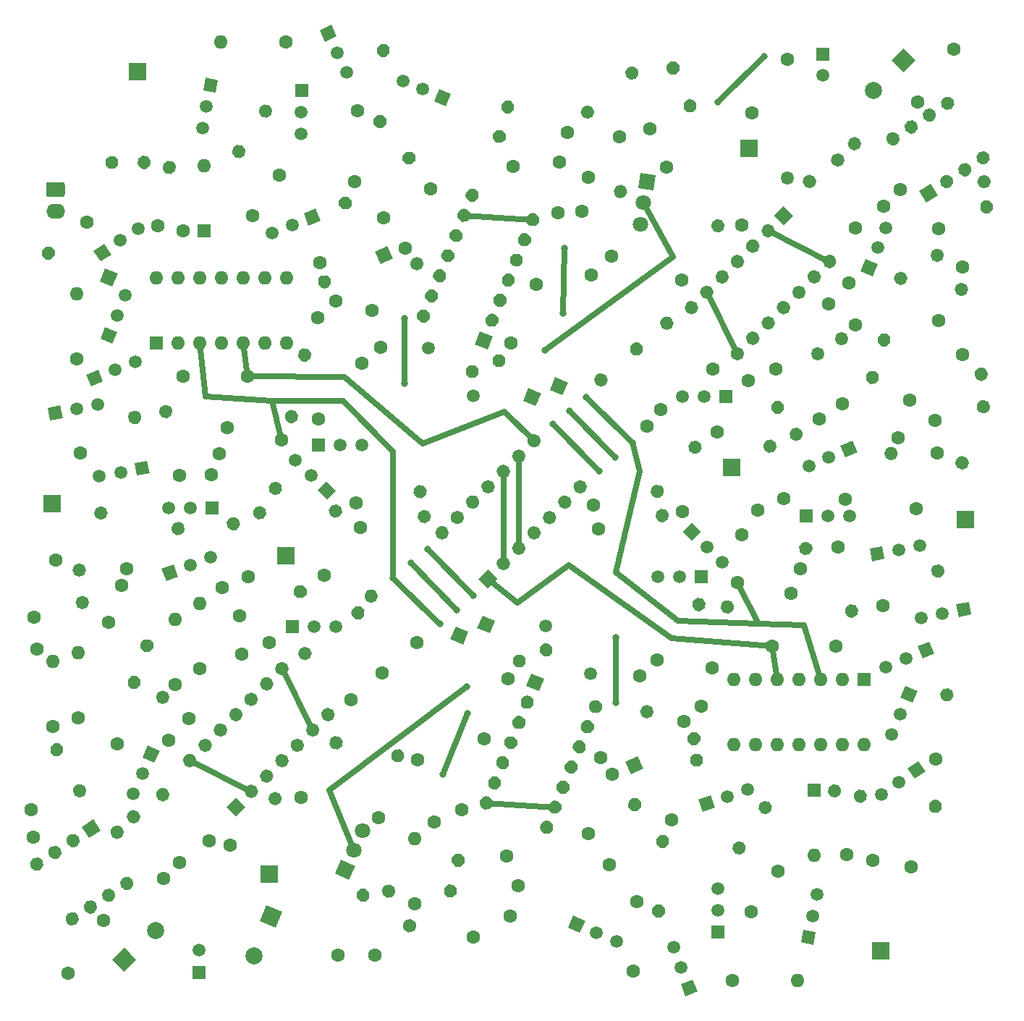
<source format=gbr>
%TF.GenerationSoftware,KiCad,Pcbnew,(5.1.6)-1*%
%TF.CreationDate,2020-10-30T22:14:25-05:00*%
%TF.ProjectId,NOSBRINE,4e4f5342-5249-44e4-952e-6b696361645f,rev?*%
%TF.SameCoordinates,Original*%
%TF.FileFunction,Copper,L2,Bot*%
%TF.FilePolarity,Positive*%
%FSLAX46Y46*%
G04 Gerber Fmt 4.6, Leading zero omitted, Abs format (unit mm)*
G04 Created by KiCad (PCBNEW (5.1.6)-1) date 2020-10-30 22:14:25*
%MOMM*%
%LPD*%
G01*
G04 APERTURE LIST*
%TA.AperFunction,ComponentPad*%
%ADD10C,1.500000*%
%TD*%
%TA.AperFunction,ComponentPad*%
%ADD11R,1.500000X1.500000*%
%TD*%
%TA.AperFunction,ComponentPad*%
%ADD12O,2.190000X1.740000*%
%TD*%
%TA.AperFunction,ComponentPad*%
%ADD13R,2.000000X2.000000*%
%TD*%
%TA.AperFunction,ComponentPad*%
%ADD14C,1.600000*%
%TD*%
%TA.AperFunction,ComponentPad*%
%ADD15C,0.100000*%
%TD*%
%TA.AperFunction,ComponentPad*%
%ADD16C,1.800000*%
%TD*%
%TA.AperFunction,ComponentPad*%
%ADD17C,2.000000*%
%TD*%
%TA.AperFunction,ComponentPad*%
%ADD18R,1.600000X1.600000*%
%TD*%
%TA.AperFunction,ComponentPad*%
%ADD19O,1.600000X1.600000*%
%TD*%
%TA.AperFunction,ViaPad*%
%ADD20C,0.800000*%
%TD*%
%TA.AperFunction,Conductor*%
%ADD21C,0.635000*%
%TD*%
G04 APERTURE END LIST*
D10*
%TO.P,REF\u002A\u002A,1*%
%TO.N,N/C*%
X199560000Y-33870000D03*
%TD*%
%TO.P,REF\u002A\u002A,1*%
%TO.N,N/C*%
X126590000Y-136220000D03*
%TD*%
D11*
%TO.P,REF\u002A\u002A,1*%
%TO.N,N/C*%
X126580000Y-138870000D03*
%TD*%
%TO.P,REF\u002A\u002A,1*%
%TO.N,N/C*%
X199540000Y-31400000D03*
%TD*%
D12*
%TO.P,REF\u002A\u002A,2*%
%TO.N,N/C*%
X109770000Y-49800000D03*
%TO.P,REF\u002A\u002A,1*%
%TA.AperFunction,ComponentPad*%
G36*
G01*
X108924999Y-46390000D02*
X110615001Y-46390000D01*
G75*
G02*
X110865000Y-46639999I0J-249999D01*
G01*
X110865000Y-47880001D01*
G75*
G02*
X110615001Y-48130000I-249999J0D01*
G01*
X108924999Y-48130000D01*
G75*
G02*
X108675000Y-47880001I0J249999D01*
G01*
X108675000Y-46639999D01*
G75*
G02*
X108924999Y-46390000I249999J0D01*
G01*
G37*
%TD.AperFunction*%
%TD*%
D10*
%TO.P,REF\u002A\u002A,1*%
%TO.N,N/C*%
X153420000Y-65840000D03*
%TD*%
%TO.P,REF\u002A\u002A,1*%
%TO.N,N/C*%
X172390000Y-103890000D03*
%TD*%
%TO.P,REF\u002A\u002A,1*%
%TO.N,N/C*%
X167160000Y-98350000D03*
%TD*%
%TO.P,REF\u002A\u002A,1*%
%TO.N,N/C*%
X158650000Y-71380000D03*
%TD*%
D13*
%TO.P,REF\u002A\u002A,1*%
%TO.N,N/C*%
X216260000Y-85880000D03*
%TD*%
%TO.P,REF\u002A\u002A,1*%
%TO.N,N/C*%
X109400000Y-84020000D03*
%TD*%
D14*
%TO.P,REF\u002A\u002A,2*%
%TO.N,N/C*%
X134778720Y-100284625D03*
%TO.P,REF\u002A\u002A,1*%
X131533577Y-101595748D03*
%TD*%
%TO.P,REF\u002A\u002A,1*%
%TO.N,N/C*%
X190803577Y-69615748D03*
%TO.P,REF\u002A\u002A,2*%
X194048720Y-68304625D03*
%TD*%
%TO.P,REF\u002A\u002A,2*%
%TO.N,N/C*%
X202636532Y-58173229D03*
%TO.P,REF\u002A\u002A,1*%
X200205228Y-60690918D03*
%TD*%
%TO.P,REF\u002A\u002A,1*%
%TO.N,N/C*%
X122995228Y-111710918D03*
%TO.P,REF\u002A\u002A,2*%
X125426532Y-109193229D03*
%TD*%
%TA.AperFunction,ComponentPad*%
D15*
%TO.P,REF\u002A\u002A,1*%
%TO.N,N/C*%
G36*
X143203872Y-125661746D02*
G01*
X144848254Y-126393872D01*
X144116128Y-128038254D01*
X142471746Y-127306128D01*
X143203872Y-125661746D01*
G37*
%TD.AperFunction*%
D16*
%TO.P,REF\u002A\u002A,2*%
X144676842Y-124566136D03*
%TO.P,REF\u002A\u002A,3*%
X145693683Y-122282273D03*
%TD*%
%TO.P,REF\u002A\u002A,3*%
%TO.N,N/C*%
X178198914Y-51299221D03*
%TO.P,REF\u002A\u002A,2*%
X178590000Y-48830000D03*
%TA.AperFunction,ComponentPad*%
D15*
%TO.P,REF\u002A\u002A,1*%
G36*
X179729214Y-47390490D02*
G01*
X177951375Y-47108907D01*
X178232958Y-45331068D01*
X180010797Y-45612651D01*
X179729214Y-47390490D01*
G37*
%TD.AperFunction*%
%TD*%
D13*
%TO.P,REF\u002A\u002A,1*%
%TO.N,N/C*%
X188850000Y-79790000D03*
%TD*%
%TO.P,REF\u002A\u002A,1*%
%TO.N,N/C*%
X136750000Y-90140000D03*
%TD*%
%TO.P,REF\u002A\u002A,1*%
%TO.N,N/C*%
X206330000Y-136380000D03*
%TD*%
%TO.P,REF\u002A\u002A,1*%
%TO.N,N/C*%
X134760000Y-127370000D03*
%TD*%
%TO.P,REF\u002A\u002A,1*%
%TO.N,N/C*%
X119340000Y-33510000D03*
%TD*%
%TO.P,REF\u002A\u002A,1*%
%TO.N,N/C*%
X190910000Y-42450000D03*
%TD*%
D17*
%TO.P,REF\u002A\u002A,2*%
%TO.N,N/C*%
X205444466Y-35675534D03*
%TA.AperFunction,ComponentPad*%
D15*
%TO.P,REF\u002A\u002A,1*%
G36*
X208980000Y-30725786D02*
G01*
X210394214Y-32140000D01*
X208980000Y-33554214D01*
X207565786Y-32140000D01*
X208980000Y-30725786D01*
G37*
%TD.AperFunction*%
%TD*%
%TA.AperFunction,ComponentPad*%
%TO.P,REF\u002A\u002A,1*%
%TO.N,N/C*%
G36*
X134450226Y-130998764D02*
G01*
X136291236Y-131780226D01*
X135509774Y-133621236D01*
X133668764Y-132839774D01*
X134450226Y-130998764D01*
G37*
%TD.AperFunction*%
D17*
%TO.P,REF\u002A\u002A,2*%
X133026344Y-136912524D03*
%TD*%
%TO.P,REF\u002A\u002A,2*%
%TO.N,N/C*%
X121466769Y-133960008D03*
%TA.AperFunction,ComponentPad*%
D15*
%TO.P,REF\u002A\u002A,1*%
G36*
X117760645Y-138783352D02*
G01*
X116396648Y-137320645D01*
X117859355Y-135956648D01*
X119223352Y-137419355D01*
X117760645Y-138783352D01*
G37*
%TD.AperFunction*%
%TD*%
%TO.P,REF\u002A\u002A,2*%
%TO.N,N/C*%
%TA.AperFunction,ComponentPad*%
G36*
G01*
X109686606Y-55005183D02*
X109686606Y-55005183D01*
G75*
G02*
X108645174Y-55447245I-741747J299685D01*
G01*
X108645174Y-55447245D01*
G75*
G02*
X108203112Y-54405813I299685J741747D01*
G01*
X108203112Y-54405813D01*
G75*
G02*
X109244544Y-53963751I741747J-299685D01*
G01*
X109244544Y-53963751D01*
G75*
G02*
X109686606Y-55005183I-299685J-741747D01*
G01*
G37*
%TD.AperFunction*%
%TA.AperFunction,ComponentPad*%
%TO.P,REF\u002A\u002A,1*%
G36*
X117051432Y-57117938D02*
G01*
X116452062Y-58601432D01*
X114968568Y-58002062D01*
X115567938Y-56518568D01*
X117051432Y-57117938D01*
G37*
%TD.AperFunction*%
%TD*%
%TA.AperFunction,ComponentPad*%
%TO.P,REF\u002A\u002A,1*%
%TO.N,N/C*%
G36*
X148615447Y-53893774D02*
G01*
X149266226Y-55355447D01*
X147804553Y-56006226D01*
X147153774Y-54544553D01*
X148615447Y-53893774D01*
G37*
%TD.AperFunction*%
%TO.P,REF\u002A\u002A,2*%
%TA.AperFunction,ComponentPad*%
G36*
G01*
X141979620Y-57723944D02*
X141979620Y-57723944D01*
G75*
G02*
X141574173Y-58780169I-730836J-325389D01*
G01*
X141574173Y-58780169D01*
G75*
G02*
X140517948Y-58374722I-325389J730836D01*
G01*
X140517948Y-58374722D01*
G75*
G02*
X140923395Y-57318497I730836J325389D01*
G01*
X140923395Y-57318497D01*
G75*
G02*
X141979620Y-57723944I325389J-730836D01*
G01*
G37*
%TD.AperFunction*%
%TD*%
%TO.P,REF\u002A\u002A,2*%
%TO.N,N/C*%
%TA.AperFunction,ComponentPad*%
G36*
G01*
X162412157Y-67605214D02*
X162412157Y-67605214D01*
G75*
G02*
X161363168Y-68029033I-736404J312585D01*
G01*
X161363168Y-68029033D01*
G75*
G02*
X160939349Y-66980044I312585J736404D01*
G01*
X160939349Y-66980044D01*
G75*
G02*
X161988338Y-66556225I736404J-312585D01*
G01*
X161988338Y-66556225D01*
G75*
G02*
X162412157Y-67605214I-312585J-736404D01*
G01*
G37*
%TD.AperFunction*%
%TA.AperFunction,ComponentPad*%
%TO.P,REF\u002A\u002A,1*%
G36*
X169738989Y-69846181D02*
G01*
X169113819Y-71318989D01*
X167641011Y-70693819D01*
X168266181Y-69221011D01*
X169738989Y-69846181D01*
G37*
%TD.AperFunction*%
%TD*%
%TA.AperFunction,ComponentPad*%
%TO.P,REF\u002A\u002A,1*%
%TO.N,N/C*%
G36*
X166598989Y-71136181D02*
G01*
X165973819Y-72608989D01*
X164501011Y-71983819D01*
X165126181Y-70511011D01*
X166598989Y-71136181D01*
G37*
%TD.AperFunction*%
%TO.P,REF\u002A\u002A,2*%
%TA.AperFunction,ComponentPad*%
G36*
G01*
X159272157Y-68895214D02*
X159272157Y-68895214D01*
G75*
G02*
X158223168Y-69319033I-736404J312585D01*
G01*
X158223168Y-69319033D01*
G75*
G02*
X157799349Y-68270044I312585J736404D01*
G01*
X157799349Y-68270044D01*
G75*
G02*
X158848338Y-67846225I736404J-312585D01*
G01*
X158848338Y-67846225D01*
G75*
G02*
X159272157Y-68895214I-312585J-736404D01*
G01*
G37*
%TD.AperFunction*%
%TD*%
%TO.P,REF\u002A\u002A,2*%
%TO.N,N/C*%
%TA.AperFunction,ComponentPad*%
G36*
G01*
X166447843Y-100824786D02*
X166447843Y-100824786D01*
G75*
G02*
X167496832Y-100400967I736404J-312585D01*
G01*
X167496832Y-100400967D01*
G75*
G02*
X167920651Y-101449956I-312585J-736404D01*
G01*
X167920651Y-101449956D01*
G75*
G02*
X166871662Y-101873775I-736404J312585D01*
G01*
X166871662Y-101873775D01*
G75*
G02*
X166447843Y-100824786I312585J736404D01*
G01*
G37*
%TD.AperFunction*%
%TA.AperFunction,ComponentPad*%
%TO.P,REF\u002A\u002A,1*%
G36*
X159121011Y-98583819D02*
G01*
X159746181Y-97111011D01*
X161218989Y-97736181D01*
X160593819Y-99208989D01*
X159121011Y-98583819D01*
G37*
%TD.AperFunction*%
%TD*%
%TA.AperFunction,ComponentPad*%
%TO.P,REF\u002A\u002A,1*%
%TO.N,N/C*%
G36*
X155981011Y-99873819D02*
G01*
X156606181Y-98401011D01*
X158078989Y-99026181D01*
X157453819Y-100498989D01*
X155981011Y-99873819D01*
G37*
%TD.AperFunction*%
%TO.P,REF\u002A\u002A,2*%
%TA.AperFunction,ComponentPad*%
G36*
G01*
X163307843Y-102114786D02*
X163307843Y-102114786D01*
G75*
G02*
X164356832Y-101690967I736404J-312585D01*
G01*
X164356832Y-101690967D01*
G75*
G02*
X164780651Y-102739956I-312585J-736404D01*
G01*
X164780651Y-102739956D01*
G75*
G02*
X163731662Y-103163775I-736404J312585D01*
G01*
X163731662Y-103163775D01*
G75*
G02*
X163307843Y-102114786I312585J736404D01*
G01*
G37*
%TD.AperFunction*%
%TD*%
%TO.P,REF\u002A\u002A,2*%
%TO.N,N/C*%
%TA.AperFunction,ComponentPad*%
G36*
G01*
X183740380Y-111836056D02*
X183740380Y-111836056D01*
G75*
G02*
X184145827Y-110779831I730836J325389D01*
G01*
X184145827Y-110779831D01*
G75*
G02*
X185202052Y-111185278I325389J-730836D01*
G01*
X185202052Y-111185278D01*
G75*
G02*
X184796605Y-112241503I-730836J-325389D01*
G01*
X184796605Y-112241503D01*
G75*
G02*
X183740380Y-111836056I-325389J730836D01*
G01*
G37*
%TD.AperFunction*%
%TA.AperFunction,ComponentPad*%
%TO.P,REF\u002A\u002A,1*%
G36*
X177104553Y-115666226D02*
G01*
X176453774Y-114204553D01*
X177915447Y-113553774D01*
X178566226Y-115015447D01*
X177104553Y-115666226D01*
G37*
%TD.AperFunction*%
%TD*%
D18*
%TO.P,REF\u002A\u002A,1*%
%TO.N,N/C*%
X198550000Y-117560000D03*
D19*
%TO.P,REF\u002A\u002A,2*%
X198550000Y-125180000D03*
%TD*%
%TO.P,REF\u002A\u002A,2*%
%TO.N,N/C*%
X127140000Y-44510000D03*
D18*
%TO.P,REF\u002A\u002A,1*%
X127140000Y-52130000D03*
%TD*%
D10*
%TO.P,REF\u002A\u002A,2*%
%TO.N,N/C*%
X205962457Y-54081918D03*
%TO.P,REF\u002A\u002A,3*%
X206954914Y-51743835D03*
%TA.AperFunction,ComponentPad*%
D15*
%TO.P,REF\u002A\u002A,1*%
G36*
X205953427Y-56022670D02*
G01*
X205367330Y-57403427D01*
X203986573Y-56817330D01*
X204572670Y-55436573D01*
X205953427Y-56022670D01*
G37*
%TD.AperFunction*%
%TD*%
%TA.AperFunction,ComponentPad*%
%TO.P,REF\u002A\u002A,1*%
%TO.N,N/C*%
G36*
X201616573Y-77202670D02*
G01*
X202997330Y-76616573D01*
X203583427Y-77997330D01*
X202202670Y-78583427D01*
X201616573Y-77202670D01*
G37*
%TD.AperFunction*%
D10*
%TO.P,REF\u002A\u002A,3*%
X197923835Y-79584914D03*
%TO.P,REF\u002A\u002A,2*%
X200261918Y-78592457D03*
%TD*%
%TO.P,REF\u002A\u002A,2*%
%TO.N,N/C*%
X185690000Y-71470000D03*
%TO.P,REF\u002A\u002A,3*%
X183150000Y-71470000D03*
D11*
%TO.P,REF\u002A\u002A,1*%
X188230000Y-71470000D03*
%TD*%
%TO.P,REF\u002A\u002A,1*%
%TO.N,N/C*%
X185300000Y-92550000D03*
D10*
%TO.P,REF\u002A\u002A,3*%
X180220000Y-92550000D03*
%TO.P,REF\u002A\u002A,2*%
X182760000Y-92550000D03*
%TD*%
%TO.P,REF\u002A\u002A,2*%
%TO.N,N/C*%
X185986051Y-89106051D03*
%TO.P,REF\u002A\u002A,3*%
X187782102Y-90902102D03*
%TA.AperFunction,ComponentPad*%
D15*
%TO.P,REF\u002A\u002A,1*%
G36*
X184190000Y-88370660D02*
G01*
X183129340Y-87310000D01*
X184190000Y-86249340D01*
X185250660Y-87310000D01*
X184190000Y-88370660D01*
G37*
%TD.AperFunction*%
%TD*%
%TA.AperFunction,ComponentPad*%
%TO.P,REF\u002A\u002A,1*%
%TO.N,N/C*%
G36*
X206789327Y-90483114D02*
G01*
X205316886Y-90769327D01*
X205030673Y-89296886D01*
X206503114Y-89010673D01*
X206789327Y-90483114D01*
G37*
%TD.AperFunction*%
D10*
%TO.P,REF\u002A\u002A,3*%
X210896666Y-88920690D03*
%TO.P,REF\u002A\u002A,2*%
X208403333Y-89405345D03*
%TD*%
%TO.P,REF\u002A\u002A,2*%
%TO.N,N/C*%
X213536667Y-96884655D03*
%TO.P,REF\u002A\u002A,3*%
X211043334Y-97369310D03*
%TA.AperFunction,ComponentPad*%
D15*
%TO.P,REF\u002A\u002A,1*%
G36*
X215150673Y-95806886D02*
G01*
X216623114Y-95520673D01*
X216909327Y-96993114D01*
X215436886Y-97279327D01*
X215150673Y-95806886D01*
G37*
%TD.AperFunction*%
%TD*%
%TA.AperFunction,ComponentPad*%
%TO.P,REF\u002A\u002A,1*%
%TO.N,N/C*%
G36*
X210616573Y-100732670D02*
G01*
X211997330Y-100146573D01*
X212583427Y-101527330D01*
X211202670Y-102113427D01*
X210616573Y-100732670D01*
G37*
%TD.AperFunction*%
D10*
%TO.P,REF\u002A\u002A,3*%
X206923835Y-103114914D03*
%TO.P,REF\u002A\u002A,2*%
X209261918Y-102122457D03*
%TD*%
%TO.P,REF\u002A\u002A,2*%
%TO.N,N/C*%
X208627543Y-108658082D03*
%TO.P,REF\u002A\u002A,3*%
X207635086Y-110996165D03*
%TA.AperFunction,ComponentPad*%
D15*
%TO.P,REF\u002A\u002A,1*%
G36*
X208636573Y-106717330D02*
G01*
X209222670Y-105336573D01*
X210603427Y-105922670D01*
X210017330Y-107303427D01*
X208636573Y-106717330D01*
G37*
%TD.AperFunction*%
%TD*%
%TA.AperFunction,ComponentPad*%
%TO.P,REF\u002A\u002A,1*%
%TO.N,N/C*%
G36*
X209486100Y-114988934D02*
G01*
X210714828Y-114128570D01*
X211575192Y-115357298D01*
X210346464Y-116217662D01*
X209486100Y-114988934D01*
G37*
%TD.AperFunction*%
D10*
%TO.P,REF\u002A\u002A,3*%
X206369354Y-118086884D03*
%TO.P,REF\u002A\u002A,2*%
X208450000Y-116630000D03*
%TD*%
%TO.P,REF\u002A\u002A,2*%
%TO.N,N/C*%
X188371617Y-118273057D03*
%TO.P,REF\u002A\u002A,3*%
X190773234Y-117446114D03*
%TA.AperFunction,ComponentPad*%
D15*
%TO.P,REF\u002A\u002A,1*%
G36*
X186923315Y-119564963D02*
G01*
X185505037Y-120053315D01*
X185016685Y-118635037D01*
X186434963Y-118146685D01*
X186923315Y-119564963D01*
G37*
%TD.AperFunction*%
%TD*%
%TA.AperFunction,ComponentPad*%
%TO.P,REF\u002A\u002A,1*%
%TO.N,N/C*%
G36*
X198744672Y-134150219D02*
G01*
X198458459Y-135622660D01*
X196986018Y-135336447D01*
X197272231Y-133864006D01*
X198744672Y-134150219D01*
G37*
%TD.AperFunction*%
D10*
%TO.P,REF\u002A\u002A,3*%
X198834655Y-129756667D03*
%TO.P,REF\u002A\u002A,2*%
X198350000Y-132250000D03*
%TD*%
%TO.P,REF\u002A\u002A,2*%
%TO.N,N/C*%
X187270000Y-131570000D03*
%TO.P,REF\u002A\u002A,3*%
X187270000Y-129030000D03*
D11*
%TO.P,REF\u002A\u002A,1*%
X187270000Y-134110000D03*
%TD*%
%TA.AperFunction,ComponentPad*%
D15*
%TO.P,REF\u002A\u002A,1*%
%TO.N,N/C*%
G36*
X184331409Y-139721039D02*
G01*
X184868961Y-141121409D01*
X183468591Y-141658961D01*
X182931039Y-140258591D01*
X184331409Y-139721039D01*
G37*
%TD.AperFunction*%
D10*
%TO.P,REF\u002A\u002A,3*%
X182079491Y-135947411D03*
%TO.P,REF\u002A\u002A,2*%
X182989745Y-138318706D03*
%TD*%
%TO.P,REF\u002A\u002A,2*%
%TO.N,N/C*%
X173070405Y-134243111D03*
%TO.P,REF\u002A\u002A,3*%
X175390811Y-135276222D03*
%TA.AperFunction,ComponentPad*%
D15*
%TO.P,REF\u002A\u002A,1*%
G36*
X171130107Y-134200212D02*
G01*
X169759788Y-133590107D01*
X170369893Y-132219788D01*
X171740212Y-132829893D01*
X171130107Y-134200212D01*
G37*
%TD.AperFunction*%
%TD*%
%TA.AperFunction,ComponentPad*%
%TO.P,REF\u002A\u002A,1*%
%TO.N,N/C*%
G36*
X119982899Y-113699702D02*
G01*
X120593004Y-112329383D01*
X121963323Y-112939488D01*
X121353218Y-114309807D01*
X119982899Y-113699702D01*
G37*
%TD.AperFunction*%
D10*
%TO.P,REF\u002A\u002A,3*%
X118906889Y-117960406D03*
%TO.P,REF\u002A\u002A,2*%
X119940000Y-115640000D03*
%TD*%
%TO.P,REF\u002A\u002A,2*%
%TO.N,N/C*%
X140070000Y-98380000D03*
%TO.P,REF\u002A\u002A,3*%
X142610000Y-98380000D03*
D11*
%TO.P,REF\u002A\u002A,1*%
X137530000Y-98380000D03*
%TD*%
%TO.P,REF\u002A\u002A,1*%
%TO.N,N/C*%
X140560000Y-77170000D03*
D10*
%TO.P,REF\u002A\u002A,3*%
X145640000Y-77170000D03*
%TO.P,REF\u002A\u002A,2*%
X143100000Y-77170000D03*
%TD*%
%TO.P,REF\u002A\u002A,2*%
%TO.N,N/C*%
X139682877Y-80715568D03*
%TO.P,REF\u002A\u002A,3*%
X137855754Y-78951135D03*
%TA.AperFunction,ComponentPad*%
D15*
%TO.P,REF\u002A\u002A,1*%
G36*
X141491489Y-81419501D02*
G01*
X142570499Y-82461489D01*
X141528511Y-83540499D01*
X140449501Y-82498511D01*
X141491489Y-81419501D01*
G37*
%TD.AperFunction*%
%TD*%
%TA.AperFunction,ComponentPad*%
%TO.P,REF\u002A\u002A,1*%
%TO.N,N/C*%
G36*
X124118961Y-92531409D02*
G01*
X122718591Y-93068961D01*
X122181039Y-91668591D01*
X123581409Y-91131039D01*
X124118961Y-92531409D01*
G37*
%TD.AperFunction*%
D10*
%TO.P,REF\u002A\u002A,3*%
X127892589Y-90279491D03*
%TO.P,REF\u002A\u002A,2*%
X125521294Y-91189745D03*
%TD*%
%TO.P,REF\u002A\u002A,2*%
%TO.N,N/C*%
X117416667Y-80354655D03*
%TO.P,REF\u002A\u002A,3*%
X114923334Y-80839310D03*
%TA.AperFunction,ComponentPad*%
D15*
%TO.P,REF\u002A\u002A,1*%
G36*
X119030673Y-79276886D02*
G01*
X120503114Y-78990673D01*
X120789327Y-80463114D01*
X119316886Y-80749327D01*
X119030673Y-79276886D01*
G37*
%TD.AperFunction*%
%TD*%
%TA.AperFunction,ComponentPad*%
%TO.P,REF\u002A\u002A,1*%
%TO.N,N/C*%
G36*
X110629327Y-73993114D02*
G01*
X109156886Y-74279327D01*
X108870673Y-72806886D01*
X110343114Y-72520673D01*
X110629327Y-73993114D01*
G37*
%TD.AperFunction*%
D10*
%TO.P,REF\u002A\u002A,3*%
X114736666Y-72430690D03*
%TO.P,REF\u002A\u002A,2*%
X112243333Y-72915345D03*
%TD*%
%TO.P,REF\u002A\u002A,2*%
%TO.N,N/C*%
X116730000Y-68380000D03*
%TO.P,REF\u002A\u002A,3*%
X119085047Y-67428500D03*
%TA.AperFunction,ComponentPad*%
D15*
%TO.P,REF\u002A\u002A,1*%
G36*
X115351296Y-69745934D02*
G01*
X113960520Y-70307844D01*
X113398610Y-68917068D01*
X114789386Y-68355158D01*
X115351296Y-69745934D01*
G37*
%TD.AperFunction*%
%TD*%
%TA.AperFunction,ComponentPad*%
%TO.P,REF\u002A\u002A,1*%
%TO.N,N/C*%
G36*
X116986343Y-63925567D02*
G01*
X116424433Y-65316343D01*
X115033657Y-64754433D01*
X115595567Y-63363657D01*
X116986343Y-63925567D01*
G37*
%TD.AperFunction*%
D10*
%TO.P,REF\u002A\u002A,3*%
X117913001Y-59629906D03*
%TO.P,REF\u002A\u002A,2*%
X116961501Y-61984953D03*
%TD*%
%TO.P,REF\u002A\u002A,2*%
%TO.N,N/C*%
X117375755Y-53229650D03*
%TO.P,REF\u002A\u002A,3*%
X119481511Y-51809300D03*
%TA.AperFunction,ComponentPad*%
D15*
%TO.P,REF\u002A\u002A,1*%
G36*
X116311173Y-54852384D02*
G01*
X115067616Y-55691173D01*
X114228827Y-54447616D01*
X115472384Y-53608827D01*
X116311173Y-54852384D01*
G37*
%TD.AperFunction*%
%TD*%
%TA.AperFunction,ComponentPad*%
%TO.P,REF\u002A\u002A,1*%
%TO.N,N/C*%
G36*
X138833657Y-50075567D02*
G01*
X140224433Y-49513657D01*
X140786343Y-50904433D01*
X139395567Y-51466343D01*
X138833657Y-50075567D01*
G37*
%TD.AperFunction*%
D10*
%TO.P,REF\u002A\u002A,3*%
X135099906Y-52393001D03*
%TO.P,REF\u002A\u002A,2*%
X137454953Y-51441501D03*
%TD*%
%TO.P,REF\u002A\u002A,2*%
%TO.N,N/C*%
X127440000Y-37560000D03*
%TO.P,REF\u002A\u002A,3*%
X126955345Y-40053333D03*
%TA.AperFunction,ComponentPad*%
D15*
%TO.P,REF\u002A\u002A,1*%
G36*
X127045328Y-35659781D02*
G01*
X127331541Y-34187340D01*
X128803982Y-34473553D01*
X128517769Y-35945994D01*
X127045328Y-35659781D01*
G37*
%TD.AperFunction*%
%TD*%
%TA.AperFunction,ComponentPad*%
%TO.P,REF\u002A\u002A,1*%
%TO.N,N/C*%
G36*
X137831354Y-36407183D02*
G01*
X137857533Y-34907412D01*
X139357304Y-34933591D01*
X139331125Y-36433362D01*
X137831354Y-36407183D01*
G37*
%TD.AperFunction*%
D10*
%TO.P,REF\u002A\u002A,3*%
X138505671Y-40749613D03*
%TO.P,REF\u002A\u002A,2*%
X138550000Y-38210000D03*
%TD*%
%TO.P,REF\u002A\u002A,2*%
%TO.N,N/C*%
X142773450Y-31282022D03*
%TO.P,REF\u002A\u002A,3*%
X143846901Y-33584044D03*
%TA.AperFunction,ComponentPad*%
D15*
%TO.P,REF\u002A\u002A,1*%
G36*
X141337233Y-29976695D02*
G01*
X140703305Y-28617233D01*
X142062767Y-27983305D01*
X142696695Y-29342767D01*
X141337233Y-29976695D01*
G37*
%TD.AperFunction*%
%TD*%
%TA.AperFunction,ComponentPad*%
%TO.P,REF\u002A\u002A,1*%
%TO.N,N/C*%
G36*
X154682670Y-35536573D02*
G01*
X156063427Y-36122670D01*
X155477330Y-37503427D01*
X154096573Y-36917330D01*
X154682670Y-35536573D01*
G37*
%TD.AperFunction*%
D10*
%TO.P,REF\u002A\u002A,3*%
X150403835Y-34535086D03*
%TO.P,REF\u002A\u002A,2*%
X152741918Y-35527543D03*
%TD*%
%TO.P,REF\u002A\u002A,2*%
%TO.N,N/C*%
X200170000Y-85470000D03*
%TO.P,REF\u002A\u002A,3*%
X202710000Y-85470000D03*
D11*
%TO.P,REF\u002A\u002A,1*%
X197630000Y-85470000D03*
%TD*%
D14*
%TO.P,REF\u002A\u002A,1*%
%TO.N,N/C*%
X107220000Y-123010000D03*
%TO.P,REF\u002A\u002A,2*%
%TA.AperFunction,ComponentPad*%
G36*
G01*
X112042469Y-118187531D02*
X112042469Y-118187531D01*
G75*
G02*
X112042469Y-117056161I565685J565685D01*
G01*
X112042469Y-117056161D01*
G75*
G02*
X113173839Y-117056161I565685J-565685D01*
G01*
X113173839Y-117056161D01*
G75*
G02*
X113173839Y-118187531I-565685J-565685D01*
G01*
X113173839Y-118187531D01*
G75*
G02*
X112042469Y-118187531I-565685J565685D01*
G01*
G37*
%TD.AperFunction*%
%TD*%
%TO.P,REF\u002A\u002A,1*%
%TO.N,N/C*%
X112230000Y-67050000D03*
D19*
%TO.P,REF\u002A\u002A,2*%
X112230000Y-59430000D03*
%TD*%
D14*
%TO.P,REF\u002A\u002A,1*%
%TO.N,N/C*%
X169700000Y-40590000D03*
%TO.P,REF\u002A\u002A,2*%
%TA.AperFunction,ComponentPad*%
G36*
G01*
X163422157Y-37925214D02*
X163422157Y-37925214D01*
G75*
G02*
X162373168Y-38349033I-736404J312585D01*
G01*
X162373168Y-38349033D01*
G75*
G02*
X161949349Y-37300044I312585J736404D01*
G01*
X161949349Y-37300044D01*
G75*
G02*
X162998338Y-36876225I736404J-312585D01*
G01*
X162998338Y-36876225D01*
G75*
G02*
X163422157Y-37925214I-312585J-736404D01*
G01*
G37*
%TD.AperFunction*%
%TD*%
%TO.P,REF\u002A\u002A,2*%
%TO.N,N/C*%
%TA.AperFunction,ComponentPad*%
G36*
G01*
X162442157Y-41375214D02*
X162442157Y-41375214D01*
G75*
G02*
X161393168Y-41799033I-736404J312585D01*
G01*
X161393168Y-41799033D01*
G75*
G02*
X160969349Y-40750044I312585J736404D01*
G01*
X160969349Y-40750044D01*
G75*
G02*
X162018338Y-40326225I736404J-312585D01*
G01*
X162018338Y-40326225D01*
G75*
G02*
X162442157Y-41375214I-312585J-736404D01*
G01*
G37*
%TD.AperFunction*%
%TO.P,REF\u002A\u002A,1*%
X168720000Y-44040000D03*
%TD*%
%TO.P,REF\u002A\u002A,1*%
%TO.N,N/C*%
X136750000Y-29970000D03*
D19*
%TO.P,REF\u002A\u002A,2*%
X129130000Y-29970000D03*
%TD*%
%TO.P,REF\u002A\u002A,2*%
%TO.N,N/C*%
%TA.AperFunction,ComponentPad*%
G36*
G01*
X134522042Y-38879033D02*
X134522042Y-38879033D01*
G75*
G02*
X133573195Y-38262844I-166329J782518D01*
G01*
X133573195Y-38262844D01*
G75*
G02*
X134189384Y-37313997I782518J166329D01*
G01*
X134189384Y-37313997D01*
G75*
G02*
X135138231Y-37930186I166329J-782518D01*
G01*
X135138231Y-37930186D01*
G75*
G02*
X134522042Y-38879033I-782518J-166329D01*
G01*
G37*
%TD.AperFunction*%
D14*
%TO.P,REF\u002A\u002A,1*%
X135940000Y-45550000D03*
%TD*%
%TO.P,REF\u002A\u002A,1*%
%TO.N,N/C*%
X132810000Y-50280000D03*
%TO.P,REF\u002A\u002A,2*%
%TA.AperFunction,ComponentPad*%
G36*
G01*
X131392042Y-43609033D02*
X131392042Y-43609033D01*
G75*
G02*
X130443195Y-42992844I-166329J782518D01*
G01*
X130443195Y-42992844D01*
G75*
G02*
X131059384Y-42043997I782518J166329D01*
G01*
X131059384Y-42043997D01*
G75*
G02*
X132008231Y-42660186I166329J-782518D01*
G01*
X132008231Y-42660186D01*
G75*
G02*
X131392042Y-43609033I-782518J-166329D01*
G01*
G37*
%TD.AperFunction*%
%TD*%
%TO.P,REF\u002A\u002A,2*%
%TO.N,N/C*%
%TA.AperFunction,ComponentPad*%
G36*
G01*
X123252042Y-45469033D02*
X123252042Y-45469033D01*
G75*
G02*
X122303195Y-44852844I-166329J782518D01*
G01*
X122303195Y-44852844D01*
G75*
G02*
X122919384Y-43903997I782518J166329D01*
G01*
X122919384Y-43903997D01*
G75*
G02*
X123868231Y-44520186I166329J-782518D01*
G01*
X123868231Y-44520186D01*
G75*
G02*
X123252042Y-45469033I-782518J-166329D01*
G01*
G37*
%TD.AperFunction*%
%TO.P,REF\u002A\u002A,1*%
X124670000Y-52140000D03*
%TD*%
%TO.P,REF\u002A\u002A,1*%
%TO.N,N/C*%
X121730000Y-51530000D03*
%TO.P,REF\u002A\u002A,2*%
%TA.AperFunction,ComponentPad*%
G36*
G01*
X120312042Y-44859033D02*
X120312042Y-44859033D01*
G75*
G02*
X119363195Y-44242844I-166329J782518D01*
G01*
X119363195Y-44242844D01*
G75*
G02*
X119979384Y-43293997I782518J166329D01*
G01*
X119979384Y-43293997D01*
G75*
G02*
X120928231Y-43910186I166329J-782518D01*
G01*
X120928231Y-43910186D01*
G75*
G02*
X120312042Y-44859033I-782518J-166329D01*
G01*
G37*
%TD.AperFunction*%
%TD*%
%TO.P,REF\u002A\u002A,2*%
%TO.N,N/C*%
%TA.AperFunction,ComponentPad*%
G36*
G01*
X134720967Y-82067958D02*
X134720967Y-82067958D01*
G75*
G02*
X135669814Y-81451769I782518J-166329D01*
G01*
X135669814Y-81451769D01*
G75*
G02*
X136286003Y-82400616I-166329J-782518D01*
G01*
X136286003Y-82400616D01*
G75*
G02*
X135337156Y-83016805I-782518J166329D01*
G01*
X135337156Y-83016805D01*
G75*
G02*
X134720967Y-82067958I166329J782518D01*
G01*
G37*
%TD.AperFunction*%
%TO.P,REF\u002A\u002A,1*%
X128050000Y-80650000D03*
%TD*%
%TO.P,REF\u002A\u002A,1*%
%TO.N,N/C*%
X129880000Y-75150000D03*
%TO.P,REF\u002A\u002A,2*%
%TA.AperFunction,ComponentPad*%
G36*
G01*
X136596389Y-73965720D02*
X136596389Y-73965720D01*
G75*
G02*
X137245316Y-73038955I787846J138919D01*
G01*
X137245316Y-73038955D01*
G75*
G02*
X138172081Y-73687882I138919J-787846D01*
G01*
X138172081Y-73687882D01*
G75*
G02*
X137523154Y-74614647I-787846J-138919D01*
G01*
X137523154Y-74614647D01*
G75*
G02*
X136596389Y-73965720I-138919J787846D01*
G01*
G37*
%TD.AperFunction*%
%TD*%
%TO.P,REF\u002A\u002A,2*%
%TO.N,N/C*%
%TA.AperFunction,ComponentPad*%
G36*
G01*
X151646389Y-82755720D02*
X151646389Y-82755720D01*
G75*
G02*
X152295316Y-81828955I787846J138919D01*
G01*
X152295316Y-81828955D01*
G75*
G02*
X153222081Y-82477882I138919J-787846D01*
G01*
X153222081Y-82477882D01*
G75*
G02*
X152573154Y-83404647I-787846J-138919D01*
G01*
X152573154Y-83404647D01*
G75*
G02*
X151646389Y-82755720I-138919J787846D01*
G01*
G37*
%TD.AperFunction*%
%TO.P,REF\u002A\u002A,1*%
X144930000Y-83940000D03*
%TD*%
%TO.P,REF\u002A\u002A,1*%
%TO.N,N/C*%
X145420000Y-86850000D03*
%TO.P,REF\u002A\u002A,2*%
%TA.AperFunction,ComponentPad*%
G36*
G01*
X152136389Y-85665720D02*
X152136389Y-85665720D01*
G75*
G02*
X152785316Y-84738955I787846J138919D01*
G01*
X152785316Y-84738955D01*
G75*
G02*
X153712081Y-85387882I138919J-787846D01*
G01*
X153712081Y-85387882D01*
G75*
G02*
X153063154Y-86314647I-787846J-138919D01*
G01*
X153063154Y-86314647D01*
G75*
G02*
X152136389Y-85665720I-138919J787846D01*
G01*
G37*
%TD.AperFunction*%
%TD*%
%TO.P,REF\u002A\u002A,2*%
%TO.N,N/C*%
%TA.AperFunction,ComponentPad*%
G36*
G01*
X137673394Y-94625183D02*
X137673394Y-94625183D01*
G75*
G02*
X138115456Y-93583751I741747J299685D01*
G01*
X138115456Y-93583751D01*
G75*
G02*
X139156888Y-94025813I299685J-741747D01*
G01*
X139156888Y-94025813D01*
G75*
G02*
X138714826Y-95067245I-741747J-299685D01*
G01*
X138714826Y-95067245D01*
G75*
G02*
X137673394Y-94625183I-299685J741747D01*
G01*
G37*
%TD.AperFunction*%
%TO.P,REF\u002A\u002A,1*%
X131350000Y-97180000D03*
%TD*%
%TO.P,REF\u002A\u002A,1*%
%TO.N,N/C*%
X141210000Y-92400000D03*
%TO.P,REF\u002A\u002A,2*%
%TA.AperFunction,ComponentPad*%
G36*
G01*
X142394280Y-85683611D02*
X142394280Y-85683611D01*
G75*
G02*
X141745353Y-84756846I138919J787846D01*
G01*
X141745353Y-84756846D01*
G75*
G02*
X142672118Y-84107919I787846J-138919D01*
G01*
X142672118Y-84107919D01*
G75*
G02*
X143321045Y-85034684I-138919J-787846D01*
G01*
X143321045Y-85034684D01*
G75*
G02*
X142394280Y-85683611I-787846J138919D01*
G01*
G37*
%TD.AperFunction*%
%TD*%
%TO.P,REF\u002A\u002A,2*%
%TO.N,N/C*%
%TA.AperFunction,ComponentPad*%
G36*
G01*
X133524280Y-85873611D02*
X133524280Y-85873611D01*
G75*
G02*
X132875353Y-84946846I138919J787846D01*
G01*
X132875353Y-84946846D01*
G75*
G02*
X133802118Y-84297919I787846J-138919D01*
G01*
X133802118Y-84297919D01*
G75*
G02*
X134451045Y-85224684I-138919J-787846D01*
G01*
X134451045Y-85224684D01*
G75*
G02*
X133524280Y-85873611I-787846J138919D01*
G01*
G37*
%TD.AperFunction*%
%TO.P,REF\u002A\u002A,1*%
X132340000Y-92590000D03*
%TD*%
%TO.P,REF\u002A\u002A,1*%
%TO.N,N/C*%
X129260000Y-93870000D03*
%TO.P,REF\u002A\u002A,2*%
%TA.AperFunction,ComponentPad*%
G36*
G01*
X130444280Y-87153611D02*
X130444280Y-87153611D01*
G75*
G02*
X129795353Y-86226846I138919J787846D01*
G01*
X129795353Y-86226846D01*
G75*
G02*
X130722118Y-85577919I787846J-138919D01*
G01*
X130722118Y-85577919D01*
G75*
G02*
X131371045Y-86504684I-138919J-787846D01*
G01*
X131371045Y-86504684D01*
G75*
G02*
X130444280Y-87153611I-787846J138919D01*
G01*
G37*
%TD.AperFunction*%
%TD*%
D19*
%TO.P,REF\u002A\u002A,2*%
%TO.N,N/C*%
X126660000Y-95670000D03*
D14*
%TO.P,REF\u002A\u002A,1*%
X126660000Y-103290000D03*
%TD*%
%TO.P,REF\u002A\u002A,1*%
%TO.N,N/C*%
X123790000Y-105180000D03*
D19*
%TO.P,REF\u002A\u002A,2*%
X123790000Y-97560000D03*
%TD*%
D14*
%TO.P,REF\u002A\u002A,1*%
%TO.N,N/C*%
X151760000Y-130880000D03*
D19*
%TO.P,REF\u002A\u002A,2*%
X151760000Y-123260000D03*
%TD*%
D14*
%TO.P,REF\u002A\u002A,1*%
%TO.N,N/C*%
X116000000Y-97920000D03*
%TO.P,REF\u002A\u002A,2*%
%TA.AperFunction,ComponentPad*%
G36*
G01*
X118664786Y-104197843D02*
X118664786Y-104197843D01*
G75*
G02*
X119713775Y-104621662I312585J-736404D01*
G01*
X119713775Y-104621662D01*
G75*
G02*
X119289956Y-105670651I-736404J-312585D01*
G01*
X119289956Y-105670651D01*
G75*
G02*
X118240967Y-105246832I-312585J736404D01*
G01*
X118240967Y-105246832D01*
G75*
G02*
X118664786Y-104197843I736404J312585D01*
G01*
G37*
%TD.AperFunction*%
%TD*%
%TO.P,REF\u002A\u002A,2*%
%TO.N,N/C*%
%TA.AperFunction,ComponentPad*%
G36*
G01*
X120164786Y-99897843D02*
X120164786Y-99897843D01*
G75*
G02*
X121213775Y-100321662I312585J-736404D01*
G01*
X121213775Y-100321662D01*
G75*
G02*
X120789956Y-101370651I-736404J-312585D01*
G01*
X120789956Y-101370651D01*
G75*
G02*
X119740967Y-100946832I-312585J736404D01*
G01*
X119740967Y-100946832D01*
G75*
G02*
X120164786Y-99897843I736404J312585D01*
G01*
G37*
%TD.AperFunction*%
%TO.P,REF\u002A\u002A,1*%
X117500000Y-93620000D03*
%TD*%
%TO.P,REF\u002A\u002A,1*%
%TO.N,N/C*%
X118100000Y-91630000D03*
%TO.P,REF\u002A\u002A,2*%
%TA.AperFunction,ComponentPad*%
G36*
G01*
X123474233Y-87431189D02*
X123474233Y-87431189D01*
G75*
G02*
X123612113Y-86308251I630409J492529D01*
G01*
X123612113Y-86308251D01*
G75*
G02*
X124735051Y-86446131I492529J-630409D01*
G01*
X124735051Y-86446131D01*
G75*
G02*
X124597171Y-87569069I-630409J-492529D01*
G01*
X124597171Y-87569069D01*
G75*
G02*
X123474233Y-87431189I-492529J630409D01*
G01*
G37*
%TD.AperFunction*%
%TD*%
%TO.P,REF\u002A\u002A,2*%
%TO.N,N/C*%
%TA.AperFunction,ComponentPad*%
G36*
G01*
X151507570Y-56514103D02*
X151507570Y-56514103D01*
G75*
G02*
X151487825Y-55382904I555727J575472D01*
G01*
X151487825Y-55382904D01*
G75*
G02*
X152619024Y-55363159I575472J-555727D01*
G01*
X152619024Y-55363159D01*
G75*
G02*
X152638769Y-56494358I-555727J-575472D01*
G01*
X152638769Y-56494358D01*
G75*
G02*
X151507570Y-56514103I-575472J555727D01*
G01*
G37*
%TD.AperFunction*%
%TO.P,REF\u002A\u002A,1*%
X146770000Y-61420000D03*
%TD*%
%TO.P,REF\u002A\u002A,1*%
%TO.N,N/C*%
X109800000Y-90590000D03*
%TO.P,REF\u002A\u002A,2*%
%TA.AperFunction,ComponentPad*%
G36*
G01*
X114537570Y-85684103D02*
X114537570Y-85684103D01*
G75*
G02*
X114517825Y-84552904I555727J575472D01*
G01*
X114517825Y-84552904D01*
G75*
G02*
X115649024Y-84533159I575472J-555727D01*
G01*
X115649024Y-84533159D01*
G75*
G02*
X115668769Y-85664358I-555727J-575472D01*
G01*
X115668769Y-85664358D01*
G75*
G02*
X114537570Y-85684103I-575472J555727D01*
G01*
G37*
%TD.AperFunction*%
%TD*%
%TO.P,REF\u002A\u002A,2*%
%TO.N,N/C*%
%TA.AperFunction,ComponentPad*%
G36*
G01*
X111997570Y-92364103D02*
X111997570Y-92364103D01*
G75*
G02*
X111977825Y-91232904I555727J575472D01*
G01*
X111977825Y-91232904D01*
G75*
G02*
X113109024Y-91213159I575472J-555727D01*
G01*
X113109024Y-91213159D01*
G75*
G02*
X113128769Y-92344358I-555727J-575472D01*
G01*
X113128769Y-92344358D01*
G75*
G02*
X111997570Y-92364103I-575472J555727D01*
G01*
G37*
%TD.AperFunction*%
%TO.P,REF\u002A\u002A,1*%
X107260000Y-97270000D03*
%TD*%
%TO.P,REF\u002A\u002A,1*%
%TO.N,N/C*%
X107630000Y-101070000D03*
%TO.P,REF\u002A\u002A,2*%
%TA.AperFunction,ComponentPad*%
G36*
G01*
X112367570Y-96164103D02*
X112367570Y-96164103D01*
G75*
G02*
X112347825Y-95032904I555727J575472D01*
G01*
X112347825Y-95032904D01*
G75*
G02*
X113479024Y-95013159I575472J-555727D01*
G01*
X113479024Y-95013159D01*
G75*
G02*
X113498769Y-96144358I-555727J-575472D01*
G01*
X113498769Y-96144358D01*
G75*
G02*
X112367570Y-96164103I-575472J555727D01*
G01*
G37*
%TD.AperFunction*%
%TD*%
%TO.P,REF\u002A\u002A,2*%
%TO.N,N/C*%
%TA.AperFunction,ComponentPad*%
G36*
G01*
X121767570Y-107254103D02*
X121767570Y-107254103D01*
G75*
G02*
X121747825Y-106122904I555727J575472D01*
G01*
X121747825Y-106122904D01*
G75*
G02*
X122879024Y-106103159I575472J-555727D01*
G01*
X122879024Y-106103159D01*
G75*
G02*
X122898769Y-107234358I-555727J-575472D01*
G01*
X122898769Y-107234358D01*
G75*
G02*
X121767570Y-107254103I-575472J555727D01*
G01*
G37*
%TD.AperFunction*%
%TO.P,REF\u002A\u002A,1*%
X117030000Y-112160000D03*
%TD*%
%TO.P,REF\u002A\u002A,1*%
%TO.N,N/C*%
X130180000Y-124010000D03*
%TO.P,REF\u002A\u002A,2*%
%TA.AperFunction,ComponentPad*%
G36*
G01*
X134917570Y-119104103D02*
X134917570Y-119104103D01*
G75*
G02*
X134897825Y-117972904I555727J575472D01*
G01*
X134897825Y-117972904D01*
G75*
G02*
X136029024Y-117953159I575472J-555727D01*
G01*
X136029024Y-117953159D01*
G75*
G02*
X136048769Y-119084358I-555727J-575472D01*
G01*
X136048769Y-119084358D01*
G75*
G02*
X134917570Y-119104103I-575472J555727D01*
G01*
G37*
%TD.AperFunction*%
%TD*%
%TO.P,REF\u002A\u002A,2*%
%TO.N,N/C*%
%TA.AperFunction,ComponentPad*%
G36*
G01*
X142184438Y-112670266D02*
X142184438Y-112670266D01*
G75*
G02*
X141949213Y-111563619I435711J670936D01*
G01*
X141949213Y-111563619D01*
G75*
G02*
X143055860Y-111328394I670936J-435711D01*
G01*
X143055860Y-111328394D01*
G75*
G02*
X143291085Y-112435041I-435711J-670936D01*
G01*
X143291085Y-112435041D01*
G75*
G02*
X142184438Y-112670266I-670936J435711D01*
G01*
G37*
%TD.AperFunction*%
%TO.P,REF\u002A\u002A,1*%
X138470000Y-118390000D03*
%TD*%
%TO.P,REF\u002A\u002A,1*%
%TO.N,N/C*%
X147590000Y-120800000D03*
%TO.P,REF\u002A\u002A,2*%
%TA.AperFunction,ComponentPad*%
G36*
G01*
X149583975Y-114278002D02*
X149583975Y-114278002D01*
G75*
G02*
X149052828Y-113279061I233897J765044D01*
G01*
X149052828Y-113279061D01*
G75*
G02*
X150051769Y-112747914I765044J-233897D01*
G01*
X150051769Y-112747914D01*
G75*
G02*
X150582916Y-113746855I-233897J-765044D01*
G01*
X150582916Y-113746855D01*
G75*
G02*
X149583975Y-114278002I-765044J233897D01*
G01*
G37*
%TD.AperFunction*%
%TD*%
%TO.P,REF\u002A\u002A,2*%
%TO.N,N/C*%
%TA.AperFunction,ComponentPad*%
G36*
G01*
X148587958Y-130149033D02*
X148587958Y-130149033D01*
G75*
G02*
X147971769Y-129200186I166329J782518D01*
G01*
X147971769Y-129200186D01*
G75*
G02*
X148920616Y-128583997I782518J-166329D01*
G01*
X148920616Y-128583997D01*
G75*
G02*
X149536805Y-129532844I-166329J-782518D01*
G01*
X149536805Y-129532844D01*
G75*
G02*
X148587958Y-130149033I-782518J166329D01*
G01*
G37*
%TD.AperFunction*%
%TO.P,REF\u002A\u002A,1*%
X147170000Y-136820000D03*
%TD*%
%TO.P,REF\u002A\u002A,1*%
%TO.N,N/C*%
X163910000Y-128720000D03*
%TO.P,REF\u002A\u002A,2*%
%TA.AperFunction,ComponentPad*%
G36*
G01*
X157632157Y-126055214D02*
X157632157Y-126055214D01*
G75*
G02*
X156583168Y-126479033I-736404J312585D01*
G01*
X156583168Y-126479033D01*
G75*
G02*
X156159349Y-125430044I312585J736404D01*
G01*
X156159349Y-125430044D01*
G75*
G02*
X157208338Y-125006225I736404J-312585D01*
G01*
X157208338Y-125006225D01*
G75*
G02*
X157632157Y-126055214I-312585J-736404D01*
G01*
G37*
%TD.AperFunction*%
%TD*%
%TO.P,REF\u002A\u002A,2*%
%TO.N,N/C*%
%TA.AperFunction,ComponentPad*%
G36*
G01*
X156722157Y-129645214D02*
X156722157Y-129645214D01*
G75*
G02*
X155673168Y-130069033I-736404J312585D01*
G01*
X155673168Y-130069033D01*
G75*
G02*
X155249349Y-129020044I312585J736404D01*
G01*
X155249349Y-129020044D01*
G75*
G02*
X156298338Y-128596225I736404J-312585D01*
G01*
X156298338Y-128596225D01*
G75*
G02*
X156722157Y-129645214I-312585J-736404D01*
G01*
G37*
%TD.AperFunction*%
%TO.P,REF\u002A\u002A,1*%
X163000000Y-132310000D03*
%TD*%
%TO.P,REF\u002A\u002A,1*%
%TO.N,N/C*%
X158690000Y-134730000D03*
%TO.P,REF\u002A\u002A,2*%
%TA.AperFunction,ComponentPad*%
G36*
G01*
X151973611Y-133545720D02*
X151973611Y-133545720D01*
G75*
G02*
X151046846Y-134194647I-787846J138919D01*
G01*
X151046846Y-134194647D01*
G75*
G02*
X150397919Y-133267882I138919J787846D01*
G01*
X150397919Y-133267882D01*
G75*
G02*
X151324684Y-132618955I787846J-138919D01*
G01*
X151324684Y-132618955D01*
G75*
G02*
X151973611Y-133545720I-138919J-787846D01*
G01*
G37*
%TD.AperFunction*%
%TD*%
%TO.P,REF\u002A\u002A,2*%
%TO.N,N/C*%
%TA.AperFunction,ComponentPad*%
G36*
G01*
X139102042Y-67409033D02*
X139102042Y-67409033D01*
G75*
G02*
X138153195Y-66792844I-166329J782518D01*
G01*
X138153195Y-66792844D01*
G75*
G02*
X138769384Y-65843997I782518J166329D01*
G01*
X138769384Y-65843997D01*
G75*
G02*
X139718231Y-66460186I166329J-782518D01*
G01*
X139718231Y-66460186D01*
G75*
G02*
X139102042Y-67409033I-782518J-166329D01*
G01*
G37*
%TD.AperFunction*%
%TO.P,REF\u002A\u002A,1*%
X140520000Y-74080000D03*
%TD*%
%TO.P,REF\u002A\u002A,1*%
%TO.N,N/C*%
X124250000Y-80700000D03*
%TO.P,REF\u002A\u002A,2*%
%TA.AperFunction,ComponentPad*%
G36*
G01*
X122832042Y-74029033D02*
X122832042Y-74029033D01*
G75*
G02*
X121883195Y-73412844I-166329J782518D01*
G01*
X121883195Y-73412844D01*
G75*
G02*
X122499384Y-72463997I782518J166329D01*
G01*
X122499384Y-72463997D01*
G75*
G02*
X123448231Y-73080186I166329J-782518D01*
G01*
X123448231Y-73080186D01*
G75*
G02*
X122832042Y-74029033I-782518J-166329D01*
G01*
G37*
%TD.AperFunction*%
%TD*%
%TO.P,REF\u002A\u002A,2*%
%TO.N,N/C*%
%TA.AperFunction,ComponentPad*%
G36*
G01*
X118379734Y-74365562D02*
X118379734Y-74365562D01*
G75*
G02*
X118614959Y-73258915I670936J435711D01*
G01*
X118614959Y-73258915D01*
G75*
G02*
X119721606Y-73494140I435711J-670936D01*
G01*
X119721606Y-73494140D01*
G75*
G02*
X119486381Y-74600787I-670936J-435711D01*
G01*
X119486381Y-74600787D01*
G75*
G02*
X118379734Y-74365562I-435711J670936D01*
G01*
G37*
%TD.AperFunction*%
%TO.P,REF\u002A\u002A,1*%
X112660000Y-78080000D03*
%TD*%
D19*
%TO.P,REF\u002A\u002A,2*%
%TO.N,N/C*%
X112420000Y-101500000D03*
D14*
%TO.P,REF\u002A\u002A,1*%
X112420000Y-109120000D03*
%TD*%
%TO.P,REF\u002A\u002A,1*%
%TO.N,N/C*%
X109480000Y-110100000D03*
D19*
%TO.P,REF\u002A\u002A,2*%
X109480000Y-102480000D03*
%TD*%
D14*
%TO.P,REF\u002A\u002A,1*%
%TO.N,N/C*%
X113410000Y-51120000D03*
%TO.P,REF\u002A\u002A,2*%
%TA.AperFunction,ComponentPad*%
G36*
G01*
X116074786Y-44842157D02*
X116074786Y-44842157D01*
G75*
G02*
X115650967Y-43793168I312585J736404D01*
G01*
X115650967Y-43793168D01*
G75*
G02*
X116699956Y-43369349I736404J-312585D01*
G01*
X116699956Y-43369349D01*
G75*
G02*
X117123775Y-44418338I-312585J-736404D01*
G01*
X117123775Y-44418338D01*
G75*
G02*
X116074786Y-44842157I-736404J312585D01*
G01*
G37*
%TD.AperFunction*%
%TD*%
%TO.P,REF\u002A\u002A,2*%
%TO.N,N/C*%
%TA.AperFunction,ComponentPad*%
G36*
G01*
X147814786Y-31742157D02*
X147814786Y-31742157D01*
G75*
G02*
X147390967Y-30693168I312585J736404D01*
G01*
X147390967Y-30693168D01*
G75*
G02*
X148439956Y-30269349I736404J-312585D01*
G01*
X148439956Y-30269349D01*
G75*
G02*
X148863775Y-31318338I-312585J-736404D01*
G01*
X148863775Y-31318338D01*
G75*
G02*
X147814786Y-31742157I-736404J312585D01*
G01*
G37*
%TD.AperFunction*%
%TO.P,REF\u002A\u002A,1*%
X145150000Y-38020000D03*
%TD*%
%TO.P,REF\u002A\u002A,1*%
%TO.N,N/C*%
X148160000Y-50600000D03*
%TO.P,REF\u002A\u002A,2*%
%TA.AperFunction,ComponentPad*%
G36*
G01*
X150824786Y-44322157D02*
X150824786Y-44322157D01*
G75*
G02*
X150400967Y-43273168I312585J736404D01*
G01*
X150400967Y-43273168D01*
G75*
G02*
X151449956Y-42849349I736404J-312585D01*
G01*
X151449956Y-42849349D01*
G75*
G02*
X151873775Y-43898338I-312585J-736404D01*
G01*
X151873775Y-43898338D01*
G75*
G02*
X150824786Y-44322157I-736404J312585D01*
G01*
G37*
%TD.AperFunction*%
%TD*%
%TO.P,REF\u002A\u002A,2*%
%TO.N,N/C*%
%TA.AperFunction,ComponentPad*%
G36*
G01*
X147424786Y-40032157D02*
X147424786Y-40032157D01*
G75*
G02*
X147000967Y-38983168I312585J736404D01*
G01*
X147000967Y-38983168D01*
G75*
G02*
X148049956Y-38559349I736404J-312585D01*
G01*
X148049956Y-38559349D01*
G75*
G02*
X148473775Y-39608338I-312585J-736404D01*
G01*
X148473775Y-39608338D01*
G75*
G02*
X147424786Y-40032157I-736404J312585D01*
G01*
G37*
%TD.AperFunction*%
%TO.P,REF\u002A\u002A,1*%
X144760000Y-46310000D03*
%TD*%
%TO.P,REF\u002A\u002A,1*%
%TO.N,N/C*%
X140710000Y-55860000D03*
%TO.P,REF\u002A\u002A,2*%
%TA.AperFunction,ComponentPad*%
G36*
G01*
X143374786Y-49582157D02*
X143374786Y-49582157D01*
G75*
G02*
X142950967Y-48533168I312585J736404D01*
G01*
X142950967Y-48533168D01*
G75*
G02*
X143999956Y-48109349I736404J-312585D01*
G01*
X143999956Y-48109349D01*
G75*
G02*
X144423775Y-49158338I-312585J-736404D01*
G01*
X144423775Y-49158338D01*
G75*
G02*
X143374786Y-49582157I-736404J312585D01*
G01*
G37*
%TD.AperFunction*%
%TD*%
%TO.P,REF\u002A\u002A,2*%
%TO.N,N/C*%
%TA.AperFunction,ComponentPad*%
G36*
G01*
X109604786Y-113552157D02*
X109604786Y-113552157D01*
G75*
G02*
X109180967Y-112503168I312585J736404D01*
G01*
X109180967Y-112503168D01*
G75*
G02*
X110229956Y-112079349I736404J-312585D01*
G01*
X110229956Y-112079349D01*
G75*
G02*
X110653775Y-113128338I-312585J-736404D01*
G01*
X110653775Y-113128338D01*
G75*
G02*
X109604786Y-113552157I-736404J312585D01*
G01*
G37*
%TD.AperFunction*%
%TO.P,REF\u002A\u002A,1*%
X106940000Y-119830000D03*
%TD*%
%TO.P,REF\u002A\u002A,1*%
%TO.N,N/C*%
X142790000Y-136850000D03*
%TO.P,REF\u002A\u002A,2*%
%TA.AperFunction,ComponentPad*%
G36*
G01*
X145454786Y-130572157D02*
X145454786Y-130572157D01*
G75*
G02*
X145030967Y-129523168I312585J736404D01*
G01*
X145030967Y-129523168D01*
G75*
G02*
X146079956Y-129099349I736404J-312585D01*
G01*
X146079956Y-129099349D01*
G75*
G02*
X146503775Y-130148338I-312585J-736404D01*
G01*
X146503775Y-130148338D01*
G75*
G02*
X145454786Y-130572157I-736404J312585D01*
G01*
G37*
%TD.AperFunction*%
%TD*%
%TO.P,REF\u002A\u002A,1*%
%TO.N,N/C*%
X122380000Y-127870000D03*
%TO.P,REF\u002A\u002A,2*%
%TA.AperFunction,ComponentPad*%
G36*
G01*
X117557531Y-123047531D02*
X117557531Y-123047531D01*
G75*
G02*
X116426161Y-123047531I-565685J565685D01*
G01*
X116426161Y-123047531D01*
G75*
G02*
X116426161Y-121916161I565685J565685D01*
G01*
X116426161Y-121916161D01*
G75*
G02*
X117557531Y-121916161I565685J-565685D01*
G01*
X117557531Y-121916161D01*
G75*
G02*
X117557531Y-123047531I-565685J-565685D01*
G01*
G37*
%TD.AperFunction*%
%TD*%
%TO.P,REF\u002A\u002A,2*%
%TO.N,N/C*%
%TA.AperFunction,ComponentPad*%
G36*
G01*
X119487531Y-121227531D02*
X119487531Y-121227531D01*
G75*
G02*
X118356161Y-121227531I-565685J565685D01*
G01*
X118356161Y-121227531D01*
G75*
G02*
X118356161Y-120096161I565685J565685D01*
G01*
X118356161Y-120096161D01*
G75*
G02*
X119487531Y-120096161I565685J-565685D01*
G01*
X119487531Y-120096161D01*
G75*
G02*
X119487531Y-121227531I-565685J-565685D01*
G01*
G37*
%TD.AperFunction*%
%TO.P,REF\u002A\u002A,1*%
X124310000Y-126050000D03*
%TD*%
%TO.P,REF\u002A\u002A,1*%
%TO.N,N/C*%
X127720000Y-123470000D03*
%TO.P,REF\u002A\u002A,2*%
%TA.AperFunction,ComponentPad*%
G36*
G01*
X122897531Y-118647531D02*
X122897531Y-118647531D01*
G75*
G02*
X121766161Y-118647531I-565685J565685D01*
G01*
X121766161Y-118647531D01*
G75*
G02*
X121766161Y-117516161I565685J565685D01*
G01*
X121766161Y-117516161D01*
G75*
G02*
X122897531Y-117516161I565685J-565685D01*
G01*
X122897531Y-117516161D01*
G75*
G02*
X122897531Y-118647531I-565685J-565685D01*
G01*
G37*
%TD.AperFunction*%
%TD*%
%TO.P,REF\u002A\u002A,2*%
%TO.N,N/C*%
%TA.AperFunction,ComponentPad*%
G36*
G01*
X139527531Y-102117531D02*
X139527531Y-102117531D01*
G75*
G02*
X138396161Y-102117531I-565685J565685D01*
G01*
X138396161Y-102117531D01*
G75*
G02*
X138396161Y-100986161I565685J565685D01*
G01*
X138396161Y-100986161D01*
G75*
G02*
X139527531Y-100986161I565685J-565685D01*
G01*
X139527531Y-100986161D01*
G75*
G02*
X139527531Y-102117531I-565685J-565685D01*
G01*
G37*
%TD.AperFunction*%
%TO.P,REF\u002A\u002A,1*%
X144350000Y-106940000D03*
%TD*%
%TO.P,REF\u002A\u002A,1*%
%TO.N,N/C*%
X152090000Y-100240000D03*
%TO.P,REF\u002A\u002A,2*%
%TA.AperFunction,ComponentPad*%
G36*
G01*
X147267531Y-95417531D02*
X147267531Y-95417531D01*
G75*
G02*
X146136161Y-95417531I-565685J565685D01*
G01*
X146136161Y-95417531D01*
G75*
G02*
X146136161Y-94286161I565685J565685D01*
G01*
X146136161Y-94286161D01*
G75*
G02*
X147267531Y-94286161I565685J-565685D01*
G01*
X147267531Y-94286161D01*
G75*
G02*
X147267531Y-95417531I-565685J-565685D01*
G01*
G37*
%TD.AperFunction*%
%TD*%
%TO.P,REF\u002A\u002A,2*%
%TO.N,N/C*%
%TA.AperFunction,ComponentPad*%
G36*
G01*
X145475183Y-97546606D02*
X145475183Y-97546606D01*
G75*
G02*
X144433751Y-97104544I-299685J741747D01*
G01*
X144433751Y-97104544D01*
G75*
G02*
X144875813Y-96063112I741747J299685D01*
G01*
X144875813Y-96063112D01*
G75*
G02*
X145917245Y-96505174I299685J-741747D01*
G01*
X145917245Y-96505174D01*
G75*
G02*
X145475183Y-97546606I-741747J-299685D01*
G01*
G37*
%TD.AperFunction*%
%TO.P,REF\u002A\u002A,1*%
X148030000Y-103870000D03*
%TD*%
%TO.P,REF\u002A\u002A,2*%
%TO.N,N/C*%
%TA.AperFunction,ComponentPad*%
G36*
G01*
X193523394Y-73055183D02*
X193523394Y-73055183D01*
G75*
G02*
X193965456Y-72013751I741747J299685D01*
G01*
X193965456Y-72013751D01*
G75*
G02*
X195006888Y-72455813I299685J-741747D01*
G01*
X195006888Y-72455813D01*
G75*
G02*
X194564826Y-73497245I-741747J-299685D01*
G01*
X194564826Y-73497245D01*
G75*
G02*
X193523394Y-73055183I-299685J741747D01*
G01*
G37*
%TD.AperFunction*%
%TO.P,REF\u002A\u002A,1*%
X187200000Y-75610000D03*
%TD*%
%TO.P,REF\u002A\u002A,1*%
%TO.N,N/C*%
X180600000Y-73000000D03*
%TO.P,REF\u002A\u002A,2*%
%TA.AperFunction,ComponentPad*%
G36*
G01*
X178045183Y-66676606D02*
X178045183Y-66676606D01*
G75*
G02*
X177003751Y-66234544I-299685J741747D01*
G01*
X177003751Y-66234544D01*
G75*
G02*
X177445813Y-65193112I741747J299685D01*
G01*
X177445813Y-65193112D01*
G75*
G02*
X178487245Y-65635174I299685J-741747D01*
G01*
X178487245Y-65635174D01*
G75*
G02*
X178045183Y-66676606I-741747J-299685D01*
G01*
G37*
%TD.AperFunction*%
%TD*%
%TO.P,REF\u002A\u002A,2*%
%TO.N,N/C*%
%TA.AperFunction,ComponentPad*%
G36*
G01*
X172030975Y-39011039D02*
X172030975Y-39011039D01*
G75*
G02*
X171217135Y-38225123I-13962J799878D01*
G01*
X171217135Y-38225123D01*
G75*
G02*
X172003051Y-37411283I799878J13962D01*
G01*
X172003051Y-37411283D01*
G75*
G02*
X172816891Y-38197199I13962J-799878D01*
G01*
X172816891Y-38197199D01*
G75*
G02*
X172030975Y-39011039I-799878J-13962D01*
G01*
G37*
%TD.AperFunction*%
%TO.P,REF\u002A\u002A,1*%
X172150000Y-45830000D03*
%TD*%
%TO.P,REF\u002A\u002A,1*%
%TO.N,N/C*%
X181270000Y-44610000D03*
%TO.P,REF\u002A\u002A,2*%
%TA.AperFunction,ComponentPad*%
G36*
G01*
X183714070Y-38242981D02*
X183714070Y-38242981D01*
G75*
G02*
X183253900Y-37209423I286694J746864D01*
G01*
X183253900Y-37209423D01*
G75*
G02*
X184287458Y-36749253I746864J-286694D01*
G01*
X184287458Y-36749253D01*
G75*
G02*
X184747628Y-37782811I-286694J-746864D01*
G01*
X184747628Y-37782811D01*
G75*
G02*
X183714070Y-38242981I-746864J286694D01*
G01*
G37*
%TD.AperFunction*%
%TD*%
%TO.P,REF\u002A\u002A,2*%
%TO.N,N/C*%
%TA.AperFunction,ComponentPad*%
G36*
G01*
X181754070Y-33782981D02*
X181754070Y-33782981D01*
G75*
G02*
X181293900Y-32749423I286694J746864D01*
G01*
X181293900Y-32749423D01*
G75*
G02*
X182327458Y-32289253I746864J-286694D01*
G01*
X182327458Y-32289253D01*
G75*
G02*
X182787628Y-33322811I-286694J-746864D01*
G01*
X182787628Y-33322811D01*
G75*
G02*
X181754070Y-33782981I-746864J286694D01*
G01*
G37*
%TD.AperFunction*%
%TO.P,REF\u002A\u002A,1*%
X179310000Y-40150000D03*
%TD*%
%TO.P,REF\u002A\u002A,1*%
%TO.N,N/C*%
X175760000Y-41110000D03*
%TO.P,REF\u002A\u002A,2*%
%TA.AperFunction,ComponentPad*%
G36*
G01*
X177061318Y-34415303D02*
X177061318Y-34415303D01*
G75*
G02*
X176428663Y-33477354I152647J785302D01*
G01*
X176428663Y-33477354D01*
G75*
G02*
X177366612Y-32844699I785302J-152647D01*
G01*
X177366612Y-32844699D01*
G75*
G02*
X177999267Y-33782648I-152647J-785302D01*
G01*
X177999267Y-33782648D01*
G75*
G02*
X177061318Y-34415303I-785302J152647D01*
G01*
G37*
%TD.AperFunction*%
%TD*%
%TO.P,REF\u002A\u002A,2*%
%TO.N,N/C*%
%TA.AperFunction,ComponentPad*%
G36*
G01*
X175769161Y-48286371D02*
X175769161Y-48286371D01*
G75*
G02*
X175088285Y-47382819I111338J792214D01*
G01*
X175088285Y-47382819D01*
G75*
G02*
X175991837Y-46701943I792214J-111338D01*
G01*
X175991837Y-46701943D01*
G75*
G02*
X176672713Y-47605495I-111338J-792214D01*
G01*
X176672713Y-47605495D01*
G75*
G02*
X175769161Y-48286371I-792214J111338D01*
G01*
G37*
%TD.AperFunction*%
%TO.P,REF\u002A\u002A,1*%
X174820000Y-55040000D03*
%TD*%
%TO.P,REF\u002A\u002A,1*%
%TO.N,N/C*%
X183020000Y-57830000D03*
%TO.P,REF\u002A\u002A,2*%
%TA.AperFunction,ComponentPad*%
G36*
G01*
X186833696Y-52175964D02*
X186833696Y-52175964D01*
G75*
G02*
X186617820Y-51065380I447354J663230D01*
G01*
X186617820Y-51065380D01*
G75*
G02*
X187728404Y-50849504I663230J-447354D01*
G01*
X187728404Y-50849504D01*
G75*
G02*
X187944280Y-51960088I-447354J-663230D01*
G01*
X187944280Y-51960088D01*
G75*
G02*
X186833696Y-52175964I-663230J447354D01*
G01*
G37*
%TD.AperFunction*%
%TD*%
%TO.P,REF\u002A\u002A,2*%
%TO.N,N/C*%
%TA.AperFunction,ComponentPad*%
G36*
G01*
X194847570Y-46494103D02*
X194847570Y-46494103D01*
G75*
G02*
X194827825Y-45362904I555727J575472D01*
G01*
X194827825Y-45362904D01*
G75*
G02*
X195959024Y-45343159I575472J-555727D01*
G01*
X195959024Y-45343159D01*
G75*
G02*
X195978769Y-46474358I-555727J-575472D01*
G01*
X195978769Y-46474358D01*
G75*
G02*
X194847570Y-46494103I-575472J555727D01*
G01*
G37*
%TD.AperFunction*%
%TO.P,REF\u002A\u002A,1*%
X190110000Y-51400000D03*
%TD*%
%TO.P,REF\u002A\u002A,1*%
%TO.N,N/C*%
X208640000Y-47290000D03*
%TO.P,REF\u002A\u002A,2*%
%TA.AperFunction,ComponentPad*%
G36*
G01*
X203817531Y-42467531D02*
X203817531Y-42467531D01*
G75*
G02*
X202686161Y-42467531I-565685J565685D01*
G01*
X202686161Y-42467531D01*
G75*
G02*
X202686161Y-41336161I565685J565685D01*
G01*
X202686161Y-41336161D01*
G75*
G02*
X203817531Y-41336161I565685J-565685D01*
G01*
X203817531Y-41336161D01*
G75*
G02*
X203817531Y-42467531I-565685J-565685D01*
G01*
G37*
%TD.AperFunction*%
%TD*%
%TO.P,REF\u002A\u002A,2*%
%TO.N,N/C*%
%TA.AperFunction,ComponentPad*%
G36*
G01*
X201867531Y-44377531D02*
X201867531Y-44377531D01*
G75*
G02*
X200736161Y-44377531I-565685J565685D01*
G01*
X200736161Y-44377531D01*
G75*
G02*
X200736161Y-43246161I565685J565685D01*
G01*
X200736161Y-43246161D01*
G75*
G02*
X201867531Y-43246161I565685J-565685D01*
G01*
X201867531Y-43246161D01*
G75*
G02*
X201867531Y-44377531I-565685J-565685D01*
G01*
G37*
%TD.AperFunction*%
%TO.P,REF\u002A\u002A,1*%
X206690000Y-49200000D03*
%TD*%
%TO.P,REF\u002A\u002A,1*%
%TO.N,N/C*%
X203390000Y-51720000D03*
%TO.P,REF\u002A\u002A,2*%
%TA.AperFunction,ComponentPad*%
G36*
G01*
X198567531Y-46897531D02*
X198567531Y-46897531D01*
G75*
G02*
X197436161Y-46897531I-565685J565685D01*
G01*
X197436161Y-46897531D01*
G75*
G02*
X197436161Y-45766161I565685J565685D01*
G01*
X197436161Y-45766161D01*
G75*
G02*
X198567531Y-45766161I565685J-565685D01*
G01*
X198567531Y-45766161D01*
G75*
G02*
X198567531Y-46897531I-565685J-565685D01*
G01*
G37*
%TD.AperFunction*%
%TD*%
%TO.P,REF\u002A\u002A,2*%
%TO.N,N/C*%
%TA.AperFunction,ComponentPad*%
G36*
G01*
X181867531Y-63487531D02*
X181867531Y-63487531D01*
G75*
G02*
X180736161Y-63487531I-565685J565685D01*
G01*
X180736161Y-63487531D01*
G75*
G02*
X180736161Y-62356161I565685J565685D01*
G01*
X180736161Y-62356161D01*
G75*
G02*
X181867531Y-62356161I565685J-565685D01*
G01*
X181867531Y-62356161D01*
G75*
G02*
X181867531Y-63487531I-565685J-565685D01*
G01*
G37*
%TD.AperFunction*%
%TO.P,REF\u002A\u002A,1*%
X186690000Y-68310000D03*
%TD*%
%TO.P,REF\u002A\u002A,1*%
%TO.N,N/C*%
X178990000Y-74950000D03*
%TO.P,REF\u002A\u002A,2*%
%TA.AperFunction,ComponentPad*%
G36*
G01*
X174167531Y-70127531D02*
X174167531Y-70127531D01*
G75*
G02*
X173036161Y-70127531I-565685J565685D01*
G01*
X173036161Y-70127531D01*
G75*
G02*
X173036161Y-68996161I565685J565685D01*
G01*
X173036161Y-68996161D01*
G75*
G02*
X174167531Y-68996161I565685J-565685D01*
G01*
X174167531Y-68996161D01*
G75*
G02*
X174167531Y-70127531I-565685J-565685D01*
G01*
G37*
%TD.AperFunction*%
%TD*%
%TO.P,REF\u002A\u002A,2*%
%TO.N,N/C*%
%TA.AperFunction,ComponentPad*%
G36*
G01*
X179400967Y-82762042D02*
X179400967Y-82762042D01*
G75*
G02*
X180017156Y-81813195I782518J166329D01*
G01*
X180017156Y-81813195D01*
G75*
G02*
X180966003Y-82429384I166329J-782518D01*
G01*
X180966003Y-82429384D01*
G75*
G02*
X180349814Y-83378231I-782518J-166329D01*
G01*
X180349814Y-83378231D01*
G75*
G02*
X179400967Y-82762042I-166329J782518D01*
G01*
G37*
%TD.AperFunction*%
%TO.P,REF\u002A\u002A,1*%
X172730000Y-84180000D03*
%TD*%
%TO.P,REF\u002A\u002A,1*%
%TO.N,N/C*%
X173310000Y-86990000D03*
%TO.P,REF\u002A\u002A,2*%
%TA.AperFunction,ComponentPad*%
G36*
G01*
X179980967Y-85572042D02*
X179980967Y-85572042D01*
G75*
G02*
X180597156Y-84623195I782518J166329D01*
G01*
X180597156Y-84623195D01*
G75*
G02*
X181546003Y-85239384I166329J-782518D01*
G01*
X181546003Y-85239384D01*
G75*
G02*
X180929814Y-86188231I-782518J-166329D01*
G01*
X180929814Y-86188231D01*
G75*
G02*
X179980967Y-85572042I-166329J782518D01*
G01*
G37*
%TD.AperFunction*%
%TD*%
%TO.P,REF\u002A\u002A,2*%
%TO.N,N/C*%
%TA.AperFunction,ComponentPad*%
G36*
G01*
X184451318Y-78215303D02*
X184451318Y-78215303D01*
G75*
G02*
X183818663Y-77277354I152647J785302D01*
G01*
X183818663Y-77277354D01*
G75*
G02*
X184756612Y-76644699I785302J-152647D01*
G01*
X184756612Y-76644699D01*
G75*
G02*
X185389267Y-77582648I-152647J-785302D01*
G01*
X185389267Y-77582648D01*
G75*
G02*
X184451318Y-78215303I-785302J152647D01*
G01*
G37*
%TD.AperFunction*%
%TO.P,REF\u002A\u002A,1*%
X183150000Y-84910000D03*
%TD*%
%TO.P,REF\u002A\u002A,1*%
%TO.N,N/C*%
X191910000Y-84780000D03*
%TO.P,REF\u002A\u002A,2*%
%TA.AperFunction,ComponentPad*%
G36*
G01*
X193211318Y-78085303D02*
X193211318Y-78085303D01*
G75*
G02*
X192578663Y-77147354I152647J785302D01*
G01*
X192578663Y-77147354D01*
G75*
G02*
X193516612Y-76514699I785302J-152647D01*
G01*
X193516612Y-76514699D01*
G75*
G02*
X194149267Y-77452648I-152647J-785302D01*
G01*
X194149267Y-77452648D01*
G75*
G02*
X193211318Y-78085303I-785302J152647D01*
G01*
G37*
%TD.AperFunction*%
%TD*%
%TO.P,REF\u002A\u002A,2*%
%TO.N,N/C*%
%TA.AperFunction,ComponentPad*%
G36*
G01*
X196281318Y-76695303D02*
X196281318Y-76695303D01*
G75*
G02*
X195648663Y-75757354I152647J785302D01*
G01*
X195648663Y-75757354D01*
G75*
G02*
X196586612Y-75124699I785302J-152647D01*
G01*
X196586612Y-75124699D01*
G75*
G02*
X197219267Y-76062648I-152647J-785302D01*
G01*
X197219267Y-76062648D01*
G75*
G02*
X196281318Y-76695303I-785302J152647D01*
G01*
G37*
%TD.AperFunction*%
%TO.P,REF\u002A\u002A,1*%
X194980000Y-83390000D03*
%TD*%
%TO.P,REF\u002A\u002A,1*%
%TO.N,N/C*%
X199090000Y-74100000D03*
%TO.P,REF\u002A\u002A,2*%
%TA.AperFunction,ComponentPad*%
G36*
G01*
X198970975Y-67281039D02*
X198970975Y-67281039D01*
G75*
G02*
X198157135Y-66495123I-13962J799878D01*
G01*
X198157135Y-66495123D01*
G75*
G02*
X198943051Y-65681283I799878J13962D01*
G01*
X198943051Y-65681283D01*
G75*
G02*
X199756891Y-66467199I13962J-799878D01*
G01*
X199756891Y-66467199D01*
G75*
G02*
X198970975Y-67281039I-799878J-13962D01*
G01*
G37*
%TD.AperFunction*%
%TD*%
%TO.P,REF\u002A\u002A,2*%
%TO.N,N/C*%
%TA.AperFunction,ComponentPad*%
G36*
G01*
X201760975Y-65521039D02*
X201760975Y-65521039D01*
G75*
G02*
X200947135Y-64735123I-13962J799878D01*
G01*
X200947135Y-64735123D01*
G75*
G02*
X201733051Y-63921283I799878J13962D01*
G01*
X201733051Y-63921283D01*
G75*
G02*
X202546891Y-64707199I13962J-799878D01*
G01*
X202546891Y-64707199D01*
G75*
G02*
X201760975Y-65521039I-799878J-13962D01*
G01*
G37*
%TD.AperFunction*%
%TO.P,REF\u002A\u002A,1*%
X201880000Y-72340000D03*
%TD*%
%TO.P,REF\u002A\u002A,1*%
%TO.N,N/C*%
X213070000Y-62580000D03*
%TO.P,REF\u002A\u002A,2*%
%TA.AperFunction,ComponentPad*%
G36*
G01*
X212950975Y-55761039D02*
X212950975Y-55761039D01*
G75*
G02*
X212137135Y-54975123I-13962J799878D01*
G01*
X212137135Y-54975123D01*
G75*
G02*
X212923051Y-54161283I799878J13962D01*
G01*
X212923051Y-54161283D01*
G75*
G02*
X213736891Y-54947199I13962J-799878D01*
G01*
X213736891Y-54947199D01*
G75*
G02*
X212950975Y-55761039I-799878J-13962D01*
G01*
G37*
%TD.AperFunction*%
%TD*%
%TO.P,REF\u002A\u002A,2*%
%TO.N,N/C*%
%TA.AperFunction,ComponentPad*%
G36*
G01*
X215780975Y-59751039D02*
X215780975Y-59751039D01*
G75*
G02*
X214967135Y-58965123I-13962J799878D01*
G01*
X214967135Y-58965123D01*
G75*
G02*
X215753051Y-58151283I799878J13962D01*
G01*
X215753051Y-58151283D01*
G75*
G02*
X216566891Y-58937199I13962J-799878D01*
G01*
X216566891Y-58937199D01*
G75*
G02*
X215780975Y-59751039I-799878J-13962D01*
G01*
G37*
%TD.AperFunction*%
%TO.P,REF\u002A\u002A,1*%
X215900000Y-66570000D03*
%TD*%
%TO.P,REF\u002A\u002A,1*%
%TO.N,N/C*%
X215860000Y-56360000D03*
%TO.P,REF\u002A\u002A,2*%
%TA.AperFunction,ComponentPad*%
G36*
G01*
X218414817Y-50036606D02*
X218414817Y-50036606D01*
G75*
G02*
X217972755Y-48995174I299685J741747D01*
G01*
X217972755Y-48995174D01*
G75*
G02*
X219014187Y-48553112I741747J-299685D01*
G01*
X219014187Y-48553112D01*
G75*
G02*
X219456249Y-49594544I-299685J-741747D01*
G01*
X219456249Y-49594544D01*
G75*
G02*
X218414817Y-50036606I-741747J299685D01*
G01*
G37*
%TD.AperFunction*%
%TD*%
%TO.P,REF\u002A\u002A,2*%
%TO.N,N/C*%
%TA.AperFunction,ComponentPad*%
G36*
G01*
X217857570Y-46924103D02*
X217857570Y-46924103D01*
G75*
G02*
X217837825Y-45792904I555727J575472D01*
G01*
X217837825Y-45792904D01*
G75*
G02*
X218969024Y-45773159I575472J-555727D01*
G01*
X218969024Y-45773159D01*
G75*
G02*
X218988769Y-46904358I-555727J-575472D01*
G01*
X218988769Y-46904358D01*
G75*
G02*
X217857570Y-46924103I-575472J555727D01*
G01*
G37*
%TD.AperFunction*%
%TO.P,REF\u002A\u002A,1*%
X213120000Y-51830000D03*
%TD*%
%TO.P,REF\u002A\u002A,1*%
%TO.N,N/C*%
X203370000Y-63140000D03*
%TO.P,REF\u002A\u002A,2*%
%TA.AperFunction,ComponentPad*%
G36*
G01*
X208107570Y-58234103D02*
X208107570Y-58234103D01*
G75*
G02*
X208087825Y-57102904I555727J575472D01*
G01*
X208087825Y-57102904D01*
G75*
G02*
X209219024Y-57083159I575472J-555727D01*
G01*
X209219024Y-57083159D01*
G75*
G02*
X209238769Y-58214358I-555727J-575472D01*
G01*
X209238769Y-58214358D01*
G75*
G02*
X208107570Y-58234103I-575472J555727D01*
G01*
G37*
%TD.AperFunction*%
%TD*%
%TO.P,REF\u002A\u002A,2*%
%TO.N,N/C*%
%TA.AperFunction,ComponentPad*%
G36*
G01*
X207025214Y-65602157D02*
X207025214Y-65602157D01*
G75*
G02*
X205976225Y-65178338I-312585J736404D01*
G01*
X205976225Y-65178338D01*
G75*
G02*
X206400044Y-64129349I736404J312585D01*
G01*
X206400044Y-64129349D01*
G75*
G02*
X207449033Y-64553168I312585J-736404D01*
G01*
X207449033Y-64553168D01*
G75*
G02*
X207025214Y-65602157I-736404J-312585D01*
G01*
G37*
%TD.AperFunction*%
%TO.P,REF\u002A\u002A,1*%
X209690000Y-71880000D03*
%TD*%
%TO.P,REF\u002A\u002A,1*%
%TO.N,N/C*%
X208330000Y-76280000D03*
%TO.P,REF\u002A\u002A,2*%
%TA.AperFunction,ComponentPad*%
G36*
G01*
X205665214Y-70002157D02*
X205665214Y-70002157D01*
G75*
G02*
X204616225Y-69578338I-312585J736404D01*
G01*
X204616225Y-69578338D01*
G75*
G02*
X205040044Y-68529349I736404J312585D01*
G01*
X205040044Y-68529349D01*
G75*
G02*
X206089033Y-68953168I312585J-736404D01*
G01*
X206089033Y-68953168D01*
G75*
G02*
X205665214Y-70002157I-736404J-312585D01*
G01*
G37*
%TD.AperFunction*%
%TD*%
%TO.P,REF\u002A\u002A,2*%
%TO.N,N/C*%
%TA.AperFunction,ComponentPad*%
G36*
G01*
X217522469Y-69457531D02*
X217522469Y-69457531D01*
G75*
G02*
X217522469Y-68326161I565685J565685D01*
G01*
X217522469Y-68326161D01*
G75*
G02*
X218653839Y-68326161I565685J-565685D01*
G01*
X218653839Y-68326161D01*
G75*
G02*
X218653839Y-69457531I-565685J-565685D01*
G01*
X218653839Y-69457531D01*
G75*
G02*
X217522469Y-69457531I-565685J565685D01*
G01*
G37*
%TD.AperFunction*%
%TO.P,REF\u002A\u002A,1*%
X212700000Y-74280000D03*
%TD*%
%TO.P,REF\u002A\u002A,1*%
%TO.N,N/C*%
X212960000Y-78080000D03*
%TO.P,REF\u002A\u002A,2*%
%TA.AperFunction,ComponentPad*%
G36*
G01*
X217782469Y-73257531D02*
X217782469Y-73257531D01*
G75*
G02*
X217782469Y-72126161I565685J565685D01*
G01*
X217782469Y-72126161D01*
G75*
G02*
X218913839Y-72126161I565685J-565685D01*
G01*
X218913839Y-72126161D01*
G75*
G02*
X218913839Y-73257531I-565685J-565685D01*
G01*
X218913839Y-73257531D01*
G75*
G02*
X217782469Y-73257531I-565685J565685D01*
G01*
G37*
%TD.AperFunction*%
%TD*%
%TO.P,REF\u002A\u002A,2*%
%TO.N,N/C*%
%TA.AperFunction,ComponentPad*%
G36*
G01*
X206972469Y-78727531D02*
X206972469Y-78727531D01*
G75*
G02*
X206972469Y-77596161I565685J565685D01*
G01*
X206972469Y-77596161D01*
G75*
G02*
X208103839Y-77596161I565685J-565685D01*
G01*
X208103839Y-77596161D01*
G75*
G02*
X208103839Y-78727531I-565685J-565685D01*
G01*
X208103839Y-78727531D01*
G75*
G02*
X206972469Y-78727531I-565685J565685D01*
G01*
G37*
%TD.AperFunction*%
%TO.P,REF\u002A\u002A,1*%
X202150000Y-83550000D03*
%TD*%
%TO.P,REF\u002A\u002A,1*%
%TO.N,N/C*%
X210470000Y-84640000D03*
%TO.P,REF\u002A\u002A,2*%
%TA.AperFunction,ComponentPad*%
G36*
G01*
X215292469Y-79817531D02*
X215292469Y-79817531D01*
G75*
G02*
X215292469Y-78686161I565685J565685D01*
G01*
X215292469Y-78686161D01*
G75*
G02*
X216423839Y-78686161I565685J-565685D01*
G01*
X216423839Y-78686161D01*
G75*
G02*
X216423839Y-79817531I-565685J-565685D01*
G01*
X216423839Y-79817531D01*
G75*
G02*
X215292469Y-79817531I-565685J565685D01*
G01*
G37*
%TD.AperFunction*%
%TD*%
%TO.P,REF\u002A\u002A,2*%
%TO.N,N/C*%
%TA.AperFunction,ComponentPad*%
G36*
G01*
X212333688Y-92325950D02*
X212333688Y-92325950D01*
G75*
G02*
X212588191Y-91223577I678438J423935D01*
G01*
X212588191Y-91223577D01*
G75*
G02*
X213690564Y-91478080I423935J-678438D01*
G01*
X213690564Y-91478080D01*
G75*
G02*
X213436061Y-92580453I-678438J-423935D01*
G01*
X213436061Y-92580453D01*
G75*
G02*
X212333688Y-92325950I-423935J678438D01*
G01*
G37*
%TD.AperFunction*%
%TO.P,REF\u002A\u002A,1*%
X206550000Y-95940000D03*
%TD*%
%TO.P,REF\u002A\u002A,1*%
%TO.N,N/C*%
X190100000Y-87680000D03*
%TO.P,REF\u002A\u002A,2*%
%TA.AperFunction,ComponentPad*%
G36*
G01*
X196770967Y-89097958D02*
X196770967Y-89097958D01*
G75*
G02*
X197719814Y-88481769I782518J-166329D01*
G01*
X197719814Y-88481769D01*
G75*
G02*
X198336003Y-89430616I-166329J-782518D01*
G01*
X198336003Y-89430616D01*
G75*
G02*
X197387156Y-90046805I-782518J166329D01*
G01*
X197387156Y-90046805D01*
G75*
G02*
X196770967Y-89097958I166329J782518D01*
G01*
G37*
%TD.AperFunction*%
%TD*%
%TO.P,REF\u002A\u002A,2*%
%TO.N,N/C*%
%TA.AperFunction,ComponentPad*%
G36*
G01*
X202757958Y-95800967D02*
X202757958Y-95800967D01*
G75*
G02*
X203706805Y-96417156I166329J-782518D01*
G01*
X203706805Y-96417156D01*
G75*
G02*
X203090616Y-97366003I-782518J-166329D01*
G01*
X203090616Y-97366003D01*
G75*
G02*
X202141769Y-96749814I-166329J782518D01*
G01*
X202141769Y-96749814D01*
G75*
G02*
X202757958Y-95800967I782518J166329D01*
G01*
G37*
%TD.AperFunction*%
%TO.P,REF\u002A\u002A,1*%
X201340000Y-89130000D03*
%TD*%
%TO.P,REF\u002A\u002A,1*%
%TO.N,N/C*%
X195840000Y-94530000D03*
%TO.P,REF\u002A\u002A,2*%
%TA.AperFunction,ComponentPad*%
G36*
G01*
X189169033Y-95947958D02*
X189169033Y-95947958D01*
G75*
G02*
X188552844Y-96896805I-782518J-166329D01*
G01*
X188552844Y-96896805D01*
G75*
G02*
X187603997Y-96280616I-166329J782518D01*
G01*
X187603997Y-96280616D01*
G75*
G02*
X188220186Y-95331769I782518J166329D01*
G01*
X188220186Y-95331769D01*
G75*
G02*
X189169033Y-95947958I166329J-782518D01*
G01*
G37*
%TD.AperFunction*%
%TD*%
%TO.P,REF\u002A\u002A,2*%
%TO.N,N/C*%
%TA.AperFunction,ComponentPad*%
G36*
G01*
X185212042Y-96599033D02*
X185212042Y-96599033D01*
G75*
G02*
X184263195Y-95982844I-166329J782518D01*
G01*
X184263195Y-95982844D01*
G75*
G02*
X184879384Y-95033997I782518J166329D01*
G01*
X184879384Y-95033997D01*
G75*
G02*
X185828231Y-95650186I166329J-782518D01*
G01*
X185828231Y-95650186D01*
G75*
G02*
X185212042Y-96599033I-782518J-166329D01*
G01*
G37*
%TD.AperFunction*%
%TO.P,REF\u002A\u002A,1*%
X186630000Y-103270000D03*
%TD*%
%TO.P,REF\u002A\u002A,1*%
%TO.N,N/C*%
X212740000Y-113900000D03*
%TO.P,REF\u002A\u002A,2*%
%TA.AperFunction,ComponentPad*%
G36*
G01*
X213924280Y-107183611D02*
X213924280Y-107183611D01*
G75*
G02*
X213275353Y-106256846I138919J787846D01*
G01*
X213275353Y-106256846D01*
G75*
G02*
X214202118Y-105607919I787846J-138919D01*
G01*
X214202118Y-105607919D01*
G75*
G02*
X214851045Y-106534684I-138919J-787846D01*
G01*
X214851045Y-106534684D01*
G75*
G02*
X213924280Y-107183611I-787846J138919D01*
G01*
G37*
%TD.AperFunction*%
%TD*%
%TO.P,REF\u002A\u002A,2*%
%TO.N,N/C*%
%TA.AperFunction,ComponentPad*%
G36*
G01*
X212404817Y-120186606D02*
X212404817Y-120186606D01*
G75*
G02*
X211962755Y-119145174I299685J741747D01*
G01*
X211962755Y-119145174D01*
G75*
G02*
X213004187Y-118703112I741747J-299685D01*
G01*
X213004187Y-118703112D01*
G75*
G02*
X213446249Y-119744544I-299685J-741747D01*
G01*
X213446249Y-119744544D01*
G75*
G02*
X212404817Y-120186606I-741747J299685D01*
G01*
G37*
%TD.AperFunction*%
%TO.P,REF\u002A\u002A,1*%
X209850000Y-126510000D03*
%TD*%
%TO.P,REF\u002A\u002A,1*%
%TO.N,N/C*%
X205390000Y-125740000D03*
%TO.P,REF\u002A\u002A,2*%
%TA.AperFunction,ComponentPad*%
G36*
G01*
X204088682Y-119045303D02*
X204088682Y-119045303D01*
G75*
G02*
X203150733Y-118412648I-152647J785302D01*
G01*
X203150733Y-118412648D01*
G75*
G02*
X203783388Y-117474699I785302J152647D01*
G01*
X203783388Y-117474699D01*
G75*
G02*
X204721337Y-118107354I152647J-785302D01*
G01*
X204721337Y-118107354D01*
G75*
G02*
X204088682Y-119045303I-785302J-152647D01*
G01*
G37*
%TD.AperFunction*%
%TD*%
%TO.P,REF\u002A\u002A,2*%
%TO.N,N/C*%
%TA.AperFunction,ComponentPad*%
G36*
G01*
X201078682Y-118415303D02*
X201078682Y-118415303D01*
G75*
G02*
X200140733Y-117782648I-152647J785302D01*
G01*
X200140733Y-117782648D01*
G75*
G02*
X200773388Y-116844699I785302J152647D01*
G01*
X200773388Y-116844699D01*
G75*
G02*
X201711337Y-117477354I152647J-785302D01*
G01*
X201711337Y-117477354D01*
G75*
G02*
X201078682Y-118415303I-785302J-152647D01*
G01*
G37*
%TD.AperFunction*%
%TO.P,REF\u002A\u002A,1*%
X202380000Y-125110000D03*
%TD*%
%TO.P,REF\u002A\u002A,1*%
%TO.N,N/C*%
X194270000Y-127060000D03*
%TO.P,REF\u002A\u002A,2*%
%TA.AperFunction,ComponentPad*%
G36*
G01*
X192968682Y-120365303D02*
X192968682Y-120365303D01*
G75*
G02*
X192030733Y-119732648I-152647J785302D01*
G01*
X192030733Y-119732648D01*
G75*
G02*
X192663388Y-118794699I785302J152647D01*
G01*
X192663388Y-118794699D01*
G75*
G02*
X193601337Y-119427354I152647J-785302D01*
G01*
X193601337Y-119427354D01*
G75*
G02*
X192968682Y-120365303I-785302J-152647D01*
G01*
G37*
%TD.AperFunction*%
%TD*%
%TO.P,REF\u002A\u002A,2*%
%TO.N,N/C*%
%TA.AperFunction,ComponentPad*%
G36*
G01*
X189908682Y-125095303D02*
X189908682Y-125095303D01*
G75*
G02*
X188970733Y-124462648I-152647J785302D01*
G01*
X188970733Y-124462648D01*
G75*
G02*
X189603388Y-123524699I785302J152647D01*
G01*
X189603388Y-123524699D01*
G75*
G02*
X190541337Y-124157354I152647J-785302D01*
G01*
X190541337Y-124157354D01*
G75*
G02*
X189908682Y-125095303I-785302J-152647D01*
G01*
G37*
%TD.AperFunction*%
%TO.P,REF\u002A\u002A,1*%
X191210000Y-131790000D03*
%TD*%
%TO.P,REF\u002A\u002A,1*%
%TO.N,N/C*%
X173580000Y-113750000D03*
%TO.P,REF\u002A\u002A,2*%
%TA.AperFunction,ComponentPad*%
G36*
G01*
X178402469Y-108927531D02*
X178402469Y-108927531D01*
G75*
G02*
X178402469Y-107796161I565685J565685D01*
G01*
X178402469Y-107796161D01*
G75*
G02*
X179533839Y-107796161I565685J-565685D01*
G01*
X179533839Y-107796161D01*
G75*
G02*
X179533839Y-108927531I-565685J-565685D01*
G01*
X179533839Y-108927531D01*
G75*
G02*
X178402469Y-108927531I-565685J565685D01*
G01*
G37*
%TD.AperFunction*%
%TD*%
%TO.P,REF\u002A\u002A,2*%
%TO.N,N/C*%
%TA.AperFunction,ComponentPad*%
G36*
G01*
X184484786Y-114762157D02*
X184484786Y-114762157D01*
G75*
G02*
X184060967Y-113713168I312585J736404D01*
G01*
X184060967Y-113713168D01*
G75*
G02*
X185109956Y-113289349I736404J-312585D01*
G01*
X185109956Y-113289349D01*
G75*
G02*
X185533775Y-114338338I-312585J-736404D01*
G01*
X185533775Y-114338338D01*
G75*
G02*
X184484786Y-114762157I-736404J312585D01*
G01*
G37*
%TD.AperFunction*%
%TO.P,REF\u002A\u002A,1*%
X181820000Y-121040000D03*
%TD*%
%TO.P,REF\u002A\u002A,1*%
%TO.N,N/C*%
X174580000Y-126260000D03*
%TO.P,REF\u002A\u002A,2*%
%TA.AperFunction,ComponentPad*%
G36*
G01*
X177244786Y-119982157D02*
X177244786Y-119982157D01*
G75*
G02*
X176820967Y-118933168I312585J736404D01*
G01*
X176820967Y-118933168D01*
G75*
G02*
X177869956Y-118509349I736404J-312585D01*
G01*
X177869956Y-118509349D01*
G75*
G02*
X178293775Y-119558338I-312585J-736404D01*
G01*
X178293775Y-119558338D01*
G75*
G02*
X177244786Y-119982157I-736404J312585D01*
G01*
G37*
%TD.AperFunction*%
%TD*%
%TO.P,REF\u002A\u002A,2*%
%TO.N,N/C*%
%TA.AperFunction,ComponentPad*%
G36*
G01*
X180494786Y-124282157D02*
X180494786Y-124282157D01*
G75*
G02*
X180070967Y-123233168I312585J736404D01*
G01*
X180070967Y-123233168D01*
G75*
G02*
X181119956Y-122809349I736404J-312585D01*
G01*
X181119956Y-122809349D01*
G75*
G02*
X181543775Y-123858338I-312585J-736404D01*
G01*
X181543775Y-123858338D01*
G75*
G02*
X180494786Y-124282157I-736404J312585D01*
G01*
G37*
%TD.AperFunction*%
%TO.P,REF\u002A\u002A,1*%
X177830000Y-130560000D03*
%TD*%
%TO.P,REF\u002A\u002A,1*%
%TO.N,N/C*%
X177350000Y-138700000D03*
%TO.P,REF\u002A\u002A,2*%
%TA.AperFunction,ComponentPad*%
G36*
G01*
X180014786Y-132422157D02*
X180014786Y-132422157D01*
G75*
G02*
X179590967Y-131373168I312585J736404D01*
G01*
X179590967Y-131373168D01*
G75*
G02*
X180639956Y-130949349I736404J-312585D01*
G01*
X180639956Y-130949349D01*
G75*
G02*
X181063775Y-131998338I-312585J-736404D01*
G01*
X181063775Y-131998338D01*
G75*
G02*
X180014786Y-132422157I-736404J312585D01*
G01*
G37*
%TD.AperFunction*%
%TD*%
%TO.P,REF\u002A\u002A,2*%
%TO.N,N/C*%
X214843947Y-30812218D03*
%TO.P,REF\u002A\u002A,1*%
X210650000Y-37030000D03*
%TD*%
%TO.P,REF\u002A\u002A,1*%
%TO.N,N/C*%
X191240000Y-38280000D03*
%TO.P,REF\u002A\u002A,2*%
X195433947Y-32062218D03*
%TD*%
%TO.P,REF\u002A\u002A,2*%
%TO.N,N/C*%
X171316742Y-49832337D03*
%TO.P,REF\u002A\u002A,1*%
X172490000Y-57240000D03*
%TD*%
%TO.P,REF\u002A\u002A,1*%
%TO.N,N/C*%
X168560000Y-49980000D03*
%TO.P,REF\u002A\u002A,2*%
X163350062Y-44584951D03*
%TD*%
%TO.P,REF\u002A\u002A,2*%
%TO.N,N/C*%
X166010483Y-58326214D03*
%TO.P,REF\u002A\u002A,1*%
X163080000Y-65230000D03*
%TD*%
%TO.P,REF\u002A\u002A,1*%
%TO.N,N/C*%
X150740000Y-54120000D03*
%TO.P,REF\u002A\u002A,2*%
X153670483Y-47216214D03*
%TD*%
%TO.P,REF\u002A\u002A,2*%
%TO.N,N/C*%
X147799938Y-65705049D03*
%TO.P,REF\u002A\u002A,1*%
X142590000Y-60310000D03*
%TD*%
%TO.P,REF\u002A\u002A,1*%
%TO.N,N/C*%
X140450000Y-62220000D03*
%TO.P,REF\u002A\u002A,2*%
X145659938Y-67615049D03*
%TD*%
%TO.P,REF\u002A\u002A,2*%
%TO.N,N/C*%
X124730000Y-69120000D03*
%TO.P,REF\u002A\u002A,1*%
X132230000Y-69120000D03*
%TD*%
%TO.P,REF\u002A\u002A,2*%
%TO.N,N/C*%
X136236107Y-76600662D03*
%TO.P,REF\u002A\u002A,1*%
X128900000Y-78160000D03*
%TD*%
%TO.P,REF\u002A\u002A,1*%
%TO.N,N/C*%
X189550000Y-93210000D03*
%TO.P,REF\u002A\u002A,2*%
X196886107Y-91650662D03*
%TD*%
%TO.P,REF\u002A\u002A,1*%
%TO.N,N/C*%
X201090000Y-100690000D03*
%TO.P,REF\u002A\u002A,2*%
X193590000Y-100690000D03*
%TD*%
%TO.P,REF\u002A\u002A,2*%
%TO.N,N/C*%
X185369938Y-107705049D03*
%TO.P,REF\u002A\u002A,1*%
X180160000Y-102310000D03*
%TD*%
%TO.P,REF\u002A\u002A,1*%
%TO.N,N/C*%
X178100000Y-104130000D03*
%TO.P,REF\u002A\u002A,2*%
X183309938Y-109525049D03*
%TD*%
%TO.P,REF\u002A\u002A,1*%
%TO.N,N/C*%
X174950000Y-115680000D03*
%TO.P,REF\u002A\u002A,2*%
X172140451Y-122633879D03*
%TD*%
%TO.P,REF\u002A\u002A,2*%
%TO.N,N/C*%
X159900451Y-111493879D03*
%TO.P,REF\u002A\u002A,1*%
X162710000Y-104540000D03*
%TD*%
%TO.P,REF\u002A\u002A,1*%
%TO.N,N/C*%
X152140000Y-114030000D03*
%TO.P,REF\u002A\u002A,2*%
X154081143Y-121274444D03*
%TD*%
%TO.P,REF\u002A\u002A,2*%
%TO.N,N/C*%
X162549938Y-125225049D03*
%TO.P,REF\u002A\u002A,1*%
X157340000Y-119830000D03*
%TD*%
%TO.P,REF\u002A\u002A,1*%
%TO.N,N/C*%
X115410000Y-132770000D03*
%TO.P,REF\u002A\u002A,2*%
X111216053Y-138987782D03*
%TD*%
D11*
%TO.P,REF\u002A\u002A,1*%
%TO.N,N/C*%
X128060000Y-84500000D03*
D10*
%TO.P,REF\u002A\u002A,3*%
X122980000Y-84500000D03*
%TO.P,REF\u002A\u002A,2*%
X125520000Y-84500000D03*
%TD*%
D19*
%TO.P,REF\u002A\u002A,2*%
%TO.N,N/C*%
X196580000Y-139810000D03*
D14*
%TO.P,REF\u002A\u002A,1*%
X188960000Y-139810000D03*
%TD*%
%TA.AperFunction,ComponentPad*%
D15*
%TO.P,REF\u002A\u002A,1*%
%TO.N,N/C*%
G36*
X112863352Y-121824775D02*
G01*
X114205225Y-120953352D01*
X115076648Y-122295225D01*
X113734775Y-123166648D01*
X112863352Y-121824775D01*
G37*
%TD.AperFunction*%
%TO.P,REF\u002A\u002A,5*%
%TA.AperFunction,ComponentPad*%
G36*
G01*
X111293769Y-131929883D02*
X111293769Y-131929883D01*
G75*
G02*
X112400416Y-132165108I435711J-670936D01*
G01*
X112400416Y-132165108D01*
G75*
G02*
X112165191Y-133271755I-670936J-435711D01*
G01*
X112165191Y-133271755D01*
G75*
G02*
X111058544Y-133036530I-435711J670936D01*
G01*
X111058544Y-133036530D01*
G75*
G02*
X111293769Y-131929883I670936J435711D01*
G01*
G37*
%TD.AperFunction*%
%TO.P,REF\u002A\u002A,2*%
%TA.AperFunction,ComponentPad*%
G36*
G01*
X111404066Y-122772447D02*
X111404066Y-122772447D01*
G75*
G02*
X112510713Y-123007672I435711J-670936D01*
G01*
X112510713Y-123007672D01*
G75*
G02*
X112275488Y-124114319I-670936J-435711D01*
G01*
X112275488Y-124114319D01*
G75*
G02*
X111168841Y-123879094I-435711J670936D01*
G01*
X111168841Y-123879094D01*
G75*
G02*
X111404066Y-122772447I670936J435711D01*
G01*
G37*
%TD.AperFunction*%
%TO.P,REF\u002A\u002A,6*%
%TA.AperFunction,ComponentPad*%
G36*
G01*
X113423992Y-130546500D02*
X113423992Y-130546500D01*
G75*
G02*
X114530639Y-130781725I435711J-670936D01*
G01*
X114530639Y-130781725D01*
G75*
G02*
X114295414Y-131888372I-670936J-435711D01*
G01*
X114295414Y-131888372D01*
G75*
G02*
X113188767Y-131653147I-435711J670936D01*
G01*
X113188767Y-131653147D01*
G75*
G02*
X113423992Y-130546500I670936J435711D01*
G01*
G37*
%TD.AperFunction*%
%TO.P,REF\u002A\u002A,3*%
%TA.AperFunction,ComponentPad*%
G36*
G01*
X109273843Y-124155830D02*
X109273843Y-124155830D01*
G75*
G02*
X110380490Y-124391055I435711J-670936D01*
G01*
X110380490Y-124391055D01*
G75*
G02*
X110145265Y-125497702I-670936J-435711D01*
G01*
X110145265Y-125497702D01*
G75*
G02*
X109038618Y-125262477I-435711J670936D01*
G01*
X109038618Y-125262477D01*
G75*
G02*
X109273843Y-124155830I670936J435711D01*
G01*
G37*
%TD.AperFunction*%
%TO.P,REF\u002A\u002A,7*%
%TA.AperFunction,ComponentPad*%
G36*
G01*
X115554215Y-129163117D02*
X115554215Y-129163117D01*
G75*
G02*
X116660862Y-129398342I435711J-670936D01*
G01*
X116660862Y-129398342D01*
G75*
G02*
X116425637Y-130504989I-670936J-435711D01*
G01*
X116425637Y-130504989D01*
G75*
G02*
X115318990Y-130269764I-435711J670936D01*
G01*
X115318990Y-130269764D01*
G75*
G02*
X115554215Y-129163117I670936J435711D01*
G01*
G37*
%TD.AperFunction*%
%TO.P,REF\u002A\u002A,4*%
%TA.AperFunction,ComponentPad*%
G36*
G01*
X107143619Y-125539213D02*
X107143619Y-125539213D01*
G75*
G02*
X108250266Y-125774438I435711J-670936D01*
G01*
X108250266Y-125774438D01*
G75*
G02*
X108015041Y-126881085I-670936J-435711D01*
G01*
X108015041Y-126881085D01*
G75*
G02*
X106908394Y-126645860I-435711J670936D01*
G01*
X106908394Y-126645860D01*
G75*
G02*
X107143619Y-125539213I670936J435711D01*
G01*
G37*
%TD.AperFunction*%
%TO.P,REF\u002A\u002A,8*%
%TA.AperFunction,ComponentPad*%
G36*
G01*
X117684438Y-127779734D02*
X117684438Y-127779734D01*
G75*
G02*
X118791085Y-128014959I435711J-670936D01*
G01*
X118791085Y-128014959D01*
G75*
G02*
X118555860Y-129121606I-670936J-435711D01*
G01*
X118555860Y-129121606D01*
G75*
G02*
X117449213Y-128886381I-435711J670936D01*
G01*
X117449213Y-128886381D01*
G75*
G02*
X117684438Y-127779734I670936J435711D01*
G01*
G37*
%TD.AperFunction*%
%TD*%
%TO.P,REF\u002A\u002A,8*%
%TO.N,N/C*%
%TA.AperFunction,ComponentPad*%
G36*
G01*
X208195562Y-41990266D02*
X208195562Y-41990266D01*
G75*
G02*
X207088915Y-41755041I-435711J670936D01*
G01*
X207088915Y-41755041D01*
G75*
G02*
X207324140Y-40648394I670936J435711D01*
G01*
X207324140Y-40648394D01*
G75*
G02*
X208430787Y-40883619I435711J-670936D01*
G01*
X208430787Y-40883619D01*
G75*
G02*
X208195562Y-41990266I-670936J-435711D01*
G01*
G37*
%TD.AperFunction*%
%TO.P,REF\u002A\u002A,4*%
%TA.AperFunction,ComponentPad*%
G36*
G01*
X218736381Y-44230787D02*
X218736381Y-44230787D01*
G75*
G02*
X217629734Y-43995562I-435711J670936D01*
G01*
X217629734Y-43995562D01*
G75*
G02*
X217864959Y-42888915I670936J435711D01*
G01*
X217864959Y-42888915D01*
G75*
G02*
X218971606Y-43124140I435711J-670936D01*
G01*
X218971606Y-43124140D01*
G75*
G02*
X218736381Y-44230787I-670936J-435711D01*
G01*
G37*
%TD.AperFunction*%
%TO.P,REF\u002A\u002A,7*%
%TA.AperFunction,ComponentPad*%
G36*
G01*
X210325785Y-40606883D02*
X210325785Y-40606883D01*
G75*
G02*
X209219138Y-40371658I-435711J670936D01*
G01*
X209219138Y-40371658D01*
G75*
G02*
X209454363Y-39265011I670936J435711D01*
G01*
X209454363Y-39265011D01*
G75*
G02*
X210561010Y-39500236I435711J-670936D01*
G01*
X210561010Y-39500236D01*
G75*
G02*
X210325785Y-40606883I-670936J-435711D01*
G01*
G37*
%TD.AperFunction*%
%TO.P,REF\u002A\u002A,3*%
%TA.AperFunction,ComponentPad*%
G36*
G01*
X216606157Y-45614170D02*
X216606157Y-45614170D01*
G75*
G02*
X215499510Y-45378945I-435711J670936D01*
G01*
X215499510Y-45378945D01*
G75*
G02*
X215734735Y-44272298I670936J435711D01*
G01*
X215734735Y-44272298D01*
G75*
G02*
X216841382Y-44507523I435711J-670936D01*
G01*
X216841382Y-44507523D01*
G75*
G02*
X216606157Y-45614170I-670936J-435711D01*
G01*
G37*
%TD.AperFunction*%
%TO.P,REF\u002A\u002A,6*%
%TA.AperFunction,ComponentPad*%
G36*
G01*
X212456008Y-39223500D02*
X212456008Y-39223500D01*
G75*
G02*
X211349361Y-38988275I-435711J670936D01*
G01*
X211349361Y-38988275D01*
G75*
G02*
X211584586Y-37881628I670936J435711D01*
G01*
X211584586Y-37881628D01*
G75*
G02*
X212691233Y-38116853I435711J-670936D01*
G01*
X212691233Y-38116853D01*
G75*
G02*
X212456008Y-39223500I-670936J-435711D01*
G01*
G37*
%TD.AperFunction*%
%TO.P,REF\u002A\u002A,2*%
%TA.AperFunction,ComponentPad*%
G36*
G01*
X214475934Y-46997553D02*
X214475934Y-46997553D01*
G75*
G02*
X213369287Y-46762328I-435711J670936D01*
G01*
X213369287Y-46762328D01*
G75*
G02*
X213604512Y-45655681I670936J435711D01*
G01*
X213604512Y-45655681D01*
G75*
G02*
X214711159Y-45890906I435711J-670936D01*
G01*
X214711159Y-45890906D01*
G75*
G02*
X214475934Y-46997553I-670936J-435711D01*
G01*
G37*
%TD.AperFunction*%
%TO.P,REF\u002A\u002A,5*%
%TA.AperFunction,ComponentPad*%
G36*
G01*
X214586231Y-37840117D02*
X214586231Y-37840117D01*
G75*
G02*
X213479584Y-37604892I-435711J670936D01*
G01*
X213479584Y-37604892D01*
G75*
G02*
X213714809Y-36498245I670936J435711D01*
G01*
X213714809Y-36498245D01*
G75*
G02*
X214821456Y-36733470I435711J-670936D01*
G01*
X214821456Y-36733470D01*
G75*
G02*
X214586231Y-37840117I-670936J-435711D01*
G01*
G37*
%TD.AperFunction*%
%TA.AperFunction,ComponentPad*%
%TO.P,REF\u002A\u002A,1*%
G36*
X213016648Y-47945225D02*
G01*
X211674775Y-48816648D01*
X210803352Y-47474775D01*
X212145225Y-46603352D01*
X213016648Y-47945225D01*
G37*
%TD.AperFunction*%
%TD*%
%TO.P,REF\u002A\u002A,14*%
%TO.N,N/C*%
%TA.AperFunction,ComponentPad*%
G36*
G01*
X153576606Y-62375183D02*
X153576606Y-62375183D01*
G75*
G02*
X152535174Y-62817245I-741747J299685D01*
G01*
X152535174Y-62817245D01*
G75*
G02*
X152093112Y-61775813I299685J741747D01*
G01*
X152093112Y-61775813D01*
G75*
G02*
X153134544Y-61333751I741747J-299685D01*
G01*
X153134544Y-61333751D01*
G75*
G02*
X153576606Y-62375183I-299685J-741747D01*
G01*
G37*
%TD.AperFunction*%
%TO.P,REF\u002A\u002A,7*%
%TA.AperFunction,ComponentPad*%
G36*
G01*
X166350751Y-51099403D02*
X166350751Y-51099403D01*
G75*
G02*
X165309319Y-51541465I-741747J299685D01*
G01*
X165309319Y-51541465D01*
G75*
G02*
X164867257Y-50500033I299685J741747D01*
G01*
X164867257Y-50500033D01*
G75*
G02*
X165908689Y-50057971I741747J-299685D01*
G01*
X165908689Y-50057971D01*
G75*
G02*
X166350751Y-51099403I-299685J-741747D01*
G01*
G37*
%TD.AperFunction*%
%TO.P,REF\u002A\u002A,13*%
%TA.AperFunction,ComponentPad*%
G36*
G01*
X154528107Y-60020136D02*
X154528107Y-60020136D01*
G75*
G02*
X153486675Y-60462198I-741747J299685D01*
G01*
X153486675Y-60462198D01*
G75*
G02*
X153044613Y-59420766I299685J741747D01*
G01*
X153044613Y-59420766D01*
G75*
G02*
X154086045Y-58978704I741747J-299685D01*
G01*
X154086045Y-58978704D01*
G75*
G02*
X154528107Y-60020136I-299685J-741747D01*
G01*
G37*
%TD.AperFunction*%
%TO.P,REF\u002A\u002A,6*%
%TA.AperFunction,ComponentPad*%
G36*
G01*
X165399251Y-53454450D02*
X165399251Y-53454450D01*
G75*
G02*
X164357819Y-53896512I-741747J299685D01*
G01*
X164357819Y-53896512D01*
G75*
G02*
X163915757Y-52855080I299685J741747D01*
G01*
X163915757Y-52855080D01*
G75*
G02*
X164957189Y-52413018I741747J-299685D01*
G01*
X164957189Y-52413018D01*
G75*
G02*
X165399251Y-53454450I-299685J-741747D01*
G01*
G37*
%TD.AperFunction*%
%TO.P,REF\u002A\u002A,12*%
%TA.AperFunction,ComponentPad*%
G36*
G01*
X155479608Y-57665089D02*
X155479608Y-57665089D01*
G75*
G02*
X154438176Y-58107151I-741747J299685D01*
G01*
X154438176Y-58107151D01*
G75*
G02*
X153996114Y-57065719I299685J741747D01*
G01*
X153996114Y-57065719D01*
G75*
G02*
X155037546Y-56623657I741747J-299685D01*
G01*
X155037546Y-56623657D01*
G75*
G02*
X155479608Y-57665089I-299685J-741747D01*
G01*
G37*
%TD.AperFunction*%
%TO.P,REF\u002A\u002A,5*%
%TA.AperFunction,ComponentPad*%
G36*
G01*
X164447750Y-55809497D02*
X164447750Y-55809497D01*
G75*
G02*
X163406318Y-56251559I-741747J299685D01*
G01*
X163406318Y-56251559D01*
G75*
G02*
X162964256Y-55210127I299685J741747D01*
G01*
X162964256Y-55210127D01*
G75*
G02*
X164005688Y-54768065I741747J-299685D01*
G01*
X164005688Y-54768065D01*
G75*
G02*
X164447750Y-55809497I-299685J-741747D01*
G01*
G37*
%TD.AperFunction*%
%TO.P,REF\u002A\u002A,11*%
%TA.AperFunction,ComponentPad*%
G36*
G01*
X156431108Y-55310042D02*
X156431108Y-55310042D01*
G75*
G02*
X155389676Y-55752104I-741747J299685D01*
G01*
X155389676Y-55752104D01*
G75*
G02*
X154947614Y-54710672I299685J741747D01*
G01*
X154947614Y-54710672D01*
G75*
G02*
X155989046Y-54268610I741747J-299685D01*
G01*
X155989046Y-54268610D01*
G75*
G02*
X156431108Y-55310042I-299685J-741747D01*
G01*
G37*
%TD.AperFunction*%
%TO.P,REF\u002A\u002A,4*%
%TA.AperFunction,ComponentPad*%
G36*
G01*
X163496249Y-58164544D02*
X163496249Y-58164544D01*
G75*
G02*
X162454817Y-58606606I-741747J299685D01*
G01*
X162454817Y-58606606D01*
G75*
G02*
X162012755Y-57565174I299685J741747D01*
G01*
X162012755Y-57565174D01*
G75*
G02*
X163054187Y-57123112I741747J-299685D01*
G01*
X163054187Y-57123112D01*
G75*
G02*
X163496249Y-58164544I-299685J-741747D01*
G01*
G37*
%TD.AperFunction*%
%TO.P,REF\u002A\u002A,10*%
%TA.AperFunction,ComponentPad*%
G36*
G01*
X157382609Y-52954995D02*
X157382609Y-52954995D01*
G75*
G02*
X156341177Y-53397057I-741747J299685D01*
G01*
X156341177Y-53397057D01*
G75*
G02*
X155899115Y-52355625I299685J741747D01*
G01*
X155899115Y-52355625D01*
G75*
G02*
X156940547Y-51913563I741747J-299685D01*
G01*
X156940547Y-51913563D01*
G75*
G02*
X157382609Y-52954995I-299685J-741747D01*
G01*
G37*
%TD.AperFunction*%
%TO.P,REF\u002A\u002A,3*%
%TA.AperFunction,ComponentPad*%
G36*
G01*
X162544748Y-60519591D02*
X162544748Y-60519591D01*
G75*
G02*
X161503316Y-60961653I-741747J299685D01*
G01*
X161503316Y-60961653D01*
G75*
G02*
X161061254Y-59920221I299685J741747D01*
G01*
X161061254Y-59920221D01*
G75*
G02*
X162102686Y-59478159I741747J-299685D01*
G01*
X162102686Y-59478159D01*
G75*
G02*
X162544748Y-60519591I-299685J-741747D01*
G01*
G37*
%TD.AperFunction*%
%TO.P,REF\u002A\u002A,9*%
%TA.AperFunction,ComponentPad*%
G36*
G01*
X158334110Y-50599948D02*
X158334110Y-50599948D01*
G75*
G02*
X157292678Y-51042010I-741747J299685D01*
G01*
X157292678Y-51042010D01*
G75*
G02*
X156850616Y-50000578I299685J741747D01*
G01*
X156850616Y-50000578D01*
G75*
G02*
X157892048Y-49558516I741747J-299685D01*
G01*
X157892048Y-49558516D01*
G75*
G02*
X158334110Y-50599948I-299685J-741747D01*
G01*
G37*
%TD.AperFunction*%
%TO.P,REF\u002A\u002A,2*%
%TA.AperFunction,ComponentPad*%
G36*
G01*
X161593248Y-62874638D02*
X161593248Y-62874638D01*
G75*
G02*
X160551816Y-63316700I-741747J299685D01*
G01*
X160551816Y-63316700D01*
G75*
G02*
X160109754Y-62275268I299685J741747D01*
G01*
X160109754Y-62275268D01*
G75*
G02*
X161151186Y-61833206I741747J-299685D01*
G01*
X161151186Y-61833206D01*
G75*
G02*
X161593248Y-62874638I-299685J-741747D01*
G01*
G37*
%TD.AperFunction*%
%TO.P,REF\u002A\u002A,8*%
%TA.AperFunction,ComponentPad*%
G36*
G01*
X159285611Y-48244901D02*
X159285611Y-48244901D01*
G75*
G02*
X158244179Y-48686963I-741747J299685D01*
G01*
X158244179Y-48686963D01*
G75*
G02*
X157802117Y-47645531I299685J741747D01*
G01*
X157802117Y-47645531D01*
G75*
G02*
X158843549Y-47203469I741747J-299685D01*
G01*
X158843549Y-47203469D01*
G75*
G02*
X159285611Y-48244901I-299685J-741747D01*
G01*
G37*
%TD.AperFunction*%
%TA.AperFunction,ComponentPad*%
%TO.P,REF\u002A\u002A,1*%
G36*
X160941432Y-64487938D02*
G01*
X160342062Y-65971432D01*
X158858568Y-65372062D01*
X159457938Y-63888568D01*
X160941432Y-64487938D01*
G37*
%TD.AperFunction*%
%TD*%
%TA.AperFunction,ComponentPad*%
%TO.P,REF\u002A\u002A,1*%
%TO.N,N/C*%
G36*
X164868568Y-105362062D02*
G01*
X165467938Y-103878568D01*
X166951432Y-104477938D01*
X166352062Y-105961432D01*
X164868568Y-105362062D01*
G37*
%TD.AperFunction*%
%TO.P,REF\u002A\u002A,8*%
%TA.AperFunction,ComponentPad*%
G36*
G01*
X166524389Y-121605099D02*
X166524389Y-121605099D01*
G75*
G02*
X167565821Y-121163037I741747J-299685D01*
G01*
X167565821Y-121163037D01*
G75*
G02*
X168007883Y-122204469I-299685J-741747D01*
G01*
X168007883Y-122204469D01*
G75*
G02*
X166966451Y-122646531I-741747J299685D01*
G01*
X166966451Y-122646531D01*
G75*
G02*
X166524389Y-121605099I299685J741747D01*
G01*
G37*
%TD.AperFunction*%
%TO.P,REF\u002A\u002A,2*%
%TA.AperFunction,ComponentPad*%
G36*
G01*
X164216752Y-106975362D02*
X164216752Y-106975362D01*
G75*
G02*
X165258184Y-106533300I741747J-299685D01*
G01*
X165258184Y-106533300D01*
G75*
G02*
X165700246Y-107574732I-299685J-741747D01*
G01*
X165700246Y-107574732D01*
G75*
G02*
X164658814Y-108016794I-741747J299685D01*
G01*
X164658814Y-108016794D01*
G75*
G02*
X164216752Y-106975362I299685J741747D01*
G01*
G37*
%TD.AperFunction*%
%TO.P,REF\u002A\u002A,9*%
%TA.AperFunction,ComponentPad*%
G36*
G01*
X167475890Y-119250052D02*
X167475890Y-119250052D01*
G75*
G02*
X168517322Y-118807990I741747J-299685D01*
G01*
X168517322Y-118807990D01*
G75*
G02*
X168959384Y-119849422I-299685J-741747D01*
G01*
X168959384Y-119849422D01*
G75*
G02*
X167917952Y-120291484I-741747J299685D01*
G01*
X167917952Y-120291484D01*
G75*
G02*
X167475890Y-119250052I299685J741747D01*
G01*
G37*
%TD.AperFunction*%
%TO.P,REF\u002A\u002A,3*%
%TA.AperFunction,ComponentPad*%
G36*
G01*
X163265252Y-109330409D02*
X163265252Y-109330409D01*
G75*
G02*
X164306684Y-108888347I741747J-299685D01*
G01*
X164306684Y-108888347D01*
G75*
G02*
X164748746Y-109929779I-299685J-741747D01*
G01*
X164748746Y-109929779D01*
G75*
G02*
X163707314Y-110371841I-741747J299685D01*
G01*
X163707314Y-110371841D01*
G75*
G02*
X163265252Y-109330409I299685J741747D01*
G01*
G37*
%TD.AperFunction*%
%TO.P,REF\u002A\u002A,10*%
%TA.AperFunction,ComponentPad*%
G36*
G01*
X168427391Y-116895005D02*
X168427391Y-116895005D01*
G75*
G02*
X169468823Y-116452943I741747J-299685D01*
G01*
X169468823Y-116452943D01*
G75*
G02*
X169910885Y-117494375I-299685J-741747D01*
G01*
X169910885Y-117494375D01*
G75*
G02*
X168869453Y-117936437I-741747J299685D01*
G01*
X168869453Y-117936437D01*
G75*
G02*
X168427391Y-116895005I299685J741747D01*
G01*
G37*
%TD.AperFunction*%
%TO.P,REF\u002A\u002A,4*%
%TA.AperFunction,ComponentPad*%
G36*
G01*
X162313751Y-111685456D02*
X162313751Y-111685456D01*
G75*
G02*
X163355183Y-111243394I741747J-299685D01*
G01*
X163355183Y-111243394D01*
G75*
G02*
X163797245Y-112284826I-299685J-741747D01*
G01*
X163797245Y-112284826D01*
G75*
G02*
X162755813Y-112726888I-741747J299685D01*
G01*
X162755813Y-112726888D01*
G75*
G02*
X162313751Y-111685456I299685J741747D01*
G01*
G37*
%TD.AperFunction*%
%TO.P,REF\u002A\u002A,11*%
%TA.AperFunction,ComponentPad*%
G36*
G01*
X169378892Y-114539958D02*
X169378892Y-114539958D01*
G75*
G02*
X170420324Y-114097896I741747J-299685D01*
G01*
X170420324Y-114097896D01*
G75*
G02*
X170862386Y-115139328I-299685J-741747D01*
G01*
X170862386Y-115139328D01*
G75*
G02*
X169820954Y-115581390I-741747J299685D01*
G01*
X169820954Y-115581390D01*
G75*
G02*
X169378892Y-114539958I299685J741747D01*
G01*
G37*
%TD.AperFunction*%
%TO.P,REF\u002A\u002A,5*%
%TA.AperFunction,ComponentPad*%
G36*
G01*
X161362250Y-114040503D02*
X161362250Y-114040503D01*
G75*
G02*
X162403682Y-113598441I741747J-299685D01*
G01*
X162403682Y-113598441D01*
G75*
G02*
X162845744Y-114639873I-299685J-741747D01*
G01*
X162845744Y-114639873D01*
G75*
G02*
X161804312Y-115081935I-741747J299685D01*
G01*
X161804312Y-115081935D01*
G75*
G02*
X161362250Y-114040503I299685J741747D01*
G01*
G37*
%TD.AperFunction*%
%TO.P,REF\u002A\u002A,12*%
%TA.AperFunction,ComponentPad*%
G36*
G01*
X170330392Y-112184911D02*
X170330392Y-112184911D01*
G75*
G02*
X171371824Y-111742849I741747J-299685D01*
G01*
X171371824Y-111742849D01*
G75*
G02*
X171813886Y-112784281I-299685J-741747D01*
G01*
X171813886Y-112784281D01*
G75*
G02*
X170772454Y-113226343I-741747J299685D01*
G01*
X170772454Y-113226343D01*
G75*
G02*
X170330392Y-112184911I299685J741747D01*
G01*
G37*
%TD.AperFunction*%
%TO.P,REF\u002A\u002A,6*%
%TA.AperFunction,ComponentPad*%
G36*
G01*
X160410749Y-116395550D02*
X160410749Y-116395550D01*
G75*
G02*
X161452181Y-115953488I741747J-299685D01*
G01*
X161452181Y-115953488D01*
G75*
G02*
X161894243Y-116994920I-299685J-741747D01*
G01*
X161894243Y-116994920D01*
G75*
G02*
X160852811Y-117436982I-741747J299685D01*
G01*
X160852811Y-117436982D01*
G75*
G02*
X160410749Y-116395550I299685J741747D01*
G01*
G37*
%TD.AperFunction*%
%TO.P,REF\u002A\u002A,13*%
%TA.AperFunction,ComponentPad*%
G36*
G01*
X171281893Y-109829864D02*
X171281893Y-109829864D01*
G75*
G02*
X172323325Y-109387802I741747J-299685D01*
G01*
X172323325Y-109387802D01*
G75*
G02*
X172765387Y-110429234I-299685J-741747D01*
G01*
X172765387Y-110429234D01*
G75*
G02*
X171723955Y-110871296I-741747J299685D01*
G01*
X171723955Y-110871296D01*
G75*
G02*
X171281893Y-109829864I299685J741747D01*
G01*
G37*
%TD.AperFunction*%
%TO.P,REF\u002A\u002A,7*%
%TA.AperFunction,ComponentPad*%
G36*
G01*
X159459249Y-118750597D02*
X159459249Y-118750597D01*
G75*
G02*
X160500681Y-118308535I741747J-299685D01*
G01*
X160500681Y-118308535D01*
G75*
G02*
X160942743Y-119349967I-299685J-741747D01*
G01*
X160942743Y-119349967D01*
G75*
G02*
X159901311Y-119792029I-741747J299685D01*
G01*
X159901311Y-119792029D01*
G75*
G02*
X159459249Y-118750597I299685J741747D01*
G01*
G37*
%TD.AperFunction*%
%TO.P,REF\u002A\u002A,14*%
%TA.AperFunction,ComponentPad*%
G36*
G01*
X172233394Y-107474817D02*
X172233394Y-107474817D01*
G75*
G02*
X173274826Y-107032755I741747J-299685D01*
G01*
X173274826Y-107032755D01*
G75*
G02*
X173716888Y-108074187I-299685J-741747D01*
G01*
X173716888Y-108074187D01*
G75*
G02*
X172675456Y-108516249I-741747J299685D01*
G01*
X172675456Y-108516249D01*
G75*
G02*
X172233394Y-107474817I299685J741747D01*
G01*
G37*
%TD.AperFunction*%
%TD*%
%TO.P,REF\u002A\u002A,14*%
%TO.N,N/C*%
%TA.AperFunction,ComponentPad*%
G36*
G01*
X199782469Y-55132469D02*
X199782469Y-55132469D01*
G75*
G02*
X200913839Y-55132469I565685J-565685D01*
G01*
X200913839Y-55132469D01*
G75*
G02*
X200913839Y-56263839I-565685J-565685D01*
G01*
X200913839Y-56263839D01*
G75*
G02*
X199782469Y-56263839I-565685J565685D01*
G01*
X199782469Y-56263839D01*
G75*
G02*
X199782469Y-55132469I565685J565685D01*
G01*
G37*
%TD.AperFunction*%
%TO.P,REF\u002A\u002A,7*%
%TA.AperFunction,ComponentPad*%
G36*
G01*
X183618008Y-60520622D02*
X183618008Y-60520622D01*
G75*
G02*
X184749378Y-60520622I565685J-565685D01*
G01*
X184749378Y-60520622D01*
G75*
G02*
X184749378Y-61651992I-565685J-565685D01*
G01*
X184749378Y-61651992D01*
G75*
G02*
X183618008Y-61651992I-565685J565685D01*
G01*
X183618008Y-61651992D01*
G75*
G02*
X183618008Y-60520622I565685J565685D01*
G01*
G37*
%TD.AperFunction*%
%TO.P,REF\u002A\u002A,13*%
%TA.AperFunction,ComponentPad*%
G36*
G01*
X197986417Y-56928520D02*
X197986417Y-56928520D01*
G75*
G02*
X199117787Y-56928520I565685J-565685D01*
G01*
X199117787Y-56928520D01*
G75*
G02*
X199117787Y-58059890I-565685J-565685D01*
G01*
X199117787Y-58059890D01*
G75*
G02*
X197986417Y-58059890I-565685J565685D01*
G01*
X197986417Y-58059890D01*
G75*
G02*
X197986417Y-56928520I565685J565685D01*
G01*
G37*
%TD.AperFunction*%
%TO.P,REF\u002A\u002A,6*%
%TA.AperFunction,ComponentPad*%
G36*
G01*
X185414059Y-58724571D02*
X185414059Y-58724571D01*
G75*
G02*
X186545429Y-58724571I565685J-565685D01*
G01*
X186545429Y-58724571D01*
G75*
G02*
X186545429Y-59855941I-565685J-565685D01*
G01*
X186545429Y-59855941D01*
G75*
G02*
X185414059Y-59855941I-565685J565685D01*
G01*
X185414059Y-59855941D01*
G75*
G02*
X185414059Y-58724571I565685J565685D01*
G01*
G37*
%TD.AperFunction*%
%TO.P,REF\u002A\u002A,12*%
%TA.AperFunction,ComponentPad*%
G36*
G01*
X196190366Y-58724571D02*
X196190366Y-58724571D01*
G75*
G02*
X197321736Y-58724571I565685J-565685D01*
G01*
X197321736Y-58724571D01*
G75*
G02*
X197321736Y-59855941I-565685J-565685D01*
G01*
X197321736Y-59855941D01*
G75*
G02*
X196190366Y-59855941I-565685J565685D01*
G01*
X196190366Y-59855941D01*
G75*
G02*
X196190366Y-58724571I565685J565685D01*
G01*
G37*
%TD.AperFunction*%
%TO.P,REF\u002A\u002A,5*%
%TA.AperFunction,ComponentPad*%
G36*
G01*
X187210110Y-56928520D02*
X187210110Y-56928520D01*
G75*
G02*
X188341480Y-56928520I565685J-565685D01*
G01*
X188341480Y-56928520D01*
G75*
G02*
X188341480Y-58059890I-565685J-565685D01*
G01*
X188341480Y-58059890D01*
G75*
G02*
X187210110Y-58059890I-565685J565685D01*
G01*
X187210110Y-58059890D01*
G75*
G02*
X187210110Y-56928520I565685J565685D01*
G01*
G37*
%TD.AperFunction*%
%TO.P,REF\u002A\u002A,11*%
%TA.AperFunction,ComponentPad*%
G36*
G01*
X194394315Y-60520622D02*
X194394315Y-60520622D01*
G75*
G02*
X195525685Y-60520622I565685J-565685D01*
G01*
X195525685Y-60520622D01*
G75*
G02*
X195525685Y-61651992I-565685J-565685D01*
G01*
X195525685Y-61651992D01*
G75*
G02*
X194394315Y-61651992I-565685J565685D01*
G01*
X194394315Y-61651992D01*
G75*
G02*
X194394315Y-60520622I565685J565685D01*
G01*
G37*
%TD.AperFunction*%
%TO.P,REF\u002A\u002A,4*%
%TA.AperFunction,ComponentPad*%
G36*
G01*
X189006161Y-55132469D02*
X189006161Y-55132469D01*
G75*
G02*
X190137531Y-55132469I565685J-565685D01*
G01*
X190137531Y-55132469D01*
G75*
G02*
X190137531Y-56263839I-565685J-565685D01*
G01*
X190137531Y-56263839D01*
G75*
G02*
X189006161Y-56263839I-565685J565685D01*
G01*
X189006161Y-56263839D01*
G75*
G02*
X189006161Y-55132469I565685J565685D01*
G01*
G37*
%TD.AperFunction*%
%TO.P,REF\u002A\u002A,10*%
%TA.AperFunction,ComponentPad*%
G36*
G01*
X192598264Y-62316674D02*
X192598264Y-62316674D01*
G75*
G02*
X193729634Y-62316674I565685J-565685D01*
G01*
X193729634Y-62316674D01*
G75*
G02*
X193729634Y-63448044I-565685J-565685D01*
G01*
X193729634Y-63448044D01*
G75*
G02*
X192598264Y-63448044I-565685J565685D01*
G01*
X192598264Y-63448044D01*
G75*
G02*
X192598264Y-62316674I565685J565685D01*
G01*
G37*
%TD.AperFunction*%
%TO.P,REF\u002A\u002A,3*%
%TA.AperFunction,ComponentPad*%
G36*
G01*
X190802213Y-53336417D02*
X190802213Y-53336417D01*
G75*
G02*
X191933583Y-53336417I565685J-565685D01*
G01*
X191933583Y-53336417D01*
G75*
G02*
X191933583Y-54467787I-565685J-565685D01*
G01*
X191933583Y-54467787D01*
G75*
G02*
X190802213Y-54467787I-565685J565685D01*
G01*
X190802213Y-54467787D01*
G75*
G02*
X190802213Y-53336417I565685J565685D01*
G01*
G37*
%TD.AperFunction*%
%TO.P,REF\u002A\u002A,9*%
%TA.AperFunction,ComponentPad*%
G36*
G01*
X190802213Y-64112725D02*
X190802213Y-64112725D01*
G75*
G02*
X191933583Y-64112725I565685J-565685D01*
G01*
X191933583Y-64112725D01*
G75*
G02*
X191933583Y-65244095I-565685J-565685D01*
G01*
X191933583Y-65244095D01*
G75*
G02*
X190802213Y-65244095I-565685J565685D01*
G01*
X190802213Y-65244095D01*
G75*
G02*
X190802213Y-64112725I565685J565685D01*
G01*
G37*
%TD.AperFunction*%
%TO.P,REF\u002A\u002A,2*%
%TA.AperFunction,ComponentPad*%
G36*
G01*
X192598264Y-51540366D02*
X192598264Y-51540366D01*
G75*
G02*
X193729634Y-51540366I565685J-565685D01*
G01*
X193729634Y-51540366D01*
G75*
G02*
X193729634Y-52671736I-565685J-565685D01*
G01*
X193729634Y-52671736D01*
G75*
G02*
X192598264Y-52671736I-565685J565685D01*
G01*
X192598264Y-52671736D01*
G75*
G02*
X192598264Y-51540366I565685J565685D01*
G01*
G37*
%TD.AperFunction*%
%TO.P,REF\u002A\u002A,8*%
%TA.AperFunction,ComponentPad*%
G36*
G01*
X189006161Y-65908776D02*
X189006161Y-65908776D01*
G75*
G02*
X190137531Y-65908776I565685J-565685D01*
G01*
X190137531Y-65908776D01*
G75*
G02*
X190137531Y-67040146I-565685J-565685D01*
G01*
X190137531Y-67040146D01*
G75*
G02*
X189006161Y-67040146I-565685J565685D01*
G01*
X189006161Y-67040146D01*
G75*
G02*
X189006161Y-65908776I565685J565685D01*
G01*
G37*
%TD.AperFunction*%
%TA.AperFunction,ComponentPad*%
%TO.P,REF\u002A\u002A,1*%
G36*
X193828629Y-50310000D02*
G01*
X194960000Y-49178629D01*
X196091371Y-50310000D01*
X194960000Y-51441371D01*
X193828629Y-50310000D01*
G37*
%TD.AperFunction*%
%TD*%
%TA.AperFunction,ComponentPad*%
%TO.P,REF\u002A\u002A,1*%
%TO.N,N/C*%
G36*
X132021371Y-119490000D02*
G01*
X130890000Y-120621371D01*
X129758629Y-119490000D01*
X130890000Y-118358629D01*
X132021371Y-119490000D01*
G37*
%TD.AperFunction*%
%TO.P,REF\u002A\u002A,8*%
%TA.AperFunction,ComponentPad*%
G36*
G01*
X136843839Y-103891224D02*
X136843839Y-103891224D01*
G75*
G02*
X135712469Y-103891224I-565685J565685D01*
G01*
X135712469Y-103891224D01*
G75*
G02*
X135712469Y-102759854I565685J565685D01*
G01*
X135712469Y-102759854D01*
G75*
G02*
X136843839Y-102759854I565685J-565685D01*
G01*
X136843839Y-102759854D01*
G75*
G02*
X136843839Y-103891224I-565685J-565685D01*
G01*
G37*
%TD.AperFunction*%
%TO.P,REF\u002A\u002A,2*%
%TA.AperFunction,ComponentPad*%
G36*
G01*
X133251736Y-118259634D02*
X133251736Y-118259634D01*
G75*
G02*
X132120366Y-118259634I-565685J565685D01*
G01*
X132120366Y-118259634D01*
G75*
G02*
X132120366Y-117128264I565685J565685D01*
G01*
X132120366Y-117128264D01*
G75*
G02*
X133251736Y-117128264I565685J-565685D01*
G01*
X133251736Y-117128264D01*
G75*
G02*
X133251736Y-118259634I-565685J-565685D01*
G01*
G37*
%TD.AperFunction*%
%TO.P,REF\u002A\u002A,9*%
%TA.AperFunction,ComponentPad*%
G36*
G01*
X135047787Y-105687275D02*
X135047787Y-105687275D01*
G75*
G02*
X133916417Y-105687275I-565685J565685D01*
G01*
X133916417Y-105687275D01*
G75*
G02*
X133916417Y-104555905I565685J565685D01*
G01*
X133916417Y-104555905D01*
G75*
G02*
X135047787Y-104555905I565685J-565685D01*
G01*
X135047787Y-104555905D01*
G75*
G02*
X135047787Y-105687275I-565685J-565685D01*
G01*
G37*
%TD.AperFunction*%
%TO.P,REF\u002A\u002A,3*%
%TA.AperFunction,ComponentPad*%
G36*
G01*
X135047787Y-116463583D02*
X135047787Y-116463583D01*
G75*
G02*
X133916417Y-116463583I-565685J565685D01*
G01*
X133916417Y-116463583D01*
G75*
G02*
X133916417Y-115332213I565685J565685D01*
G01*
X133916417Y-115332213D01*
G75*
G02*
X135047787Y-115332213I565685J-565685D01*
G01*
X135047787Y-115332213D01*
G75*
G02*
X135047787Y-116463583I-565685J-565685D01*
G01*
G37*
%TD.AperFunction*%
%TO.P,REF\u002A\u002A,10*%
%TA.AperFunction,ComponentPad*%
G36*
G01*
X133251736Y-107483326D02*
X133251736Y-107483326D01*
G75*
G02*
X132120366Y-107483326I-565685J565685D01*
G01*
X132120366Y-107483326D01*
G75*
G02*
X132120366Y-106351956I565685J565685D01*
G01*
X132120366Y-106351956D01*
G75*
G02*
X133251736Y-106351956I565685J-565685D01*
G01*
X133251736Y-106351956D01*
G75*
G02*
X133251736Y-107483326I-565685J-565685D01*
G01*
G37*
%TD.AperFunction*%
%TO.P,REF\u002A\u002A,4*%
%TA.AperFunction,ComponentPad*%
G36*
G01*
X136843839Y-114667531D02*
X136843839Y-114667531D01*
G75*
G02*
X135712469Y-114667531I-565685J565685D01*
G01*
X135712469Y-114667531D01*
G75*
G02*
X135712469Y-113536161I565685J565685D01*
G01*
X135712469Y-113536161D01*
G75*
G02*
X136843839Y-113536161I565685J-565685D01*
G01*
X136843839Y-113536161D01*
G75*
G02*
X136843839Y-114667531I-565685J-565685D01*
G01*
G37*
%TD.AperFunction*%
%TO.P,REF\u002A\u002A,11*%
%TA.AperFunction,ComponentPad*%
G36*
G01*
X131455685Y-109279378D02*
X131455685Y-109279378D01*
G75*
G02*
X130324315Y-109279378I-565685J565685D01*
G01*
X130324315Y-109279378D01*
G75*
G02*
X130324315Y-108148008I565685J565685D01*
G01*
X130324315Y-108148008D01*
G75*
G02*
X131455685Y-108148008I565685J-565685D01*
G01*
X131455685Y-108148008D01*
G75*
G02*
X131455685Y-109279378I-565685J-565685D01*
G01*
G37*
%TD.AperFunction*%
%TO.P,REF\u002A\u002A,5*%
%TA.AperFunction,ComponentPad*%
G36*
G01*
X138639890Y-112871480D02*
X138639890Y-112871480D01*
G75*
G02*
X137508520Y-112871480I-565685J565685D01*
G01*
X137508520Y-112871480D01*
G75*
G02*
X137508520Y-111740110I565685J565685D01*
G01*
X137508520Y-111740110D01*
G75*
G02*
X138639890Y-111740110I565685J-565685D01*
G01*
X138639890Y-111740110D01*
G75*
G02*
X138639890Y-112871480I-565685J-565685D01*
G01*
G37*
%TD.AperFunction*%
%TO.P,REF\u002A\u002A,12*%
%TA.AperFunction,ComponentPad*%
G36*
G01*
X129659634Y-111075429D02*
X129659634Y-111075429D01*
G75*
G02*
X128528264Y-111075429I-565685J565685D01*
G01*
X128528264Y-111075429D01*
G75*
G02*
X128528264Y-109944059I565685J565685D01*
G01*
X128528264Y-109944059D01*
G75*
G02*
X129659634Y-109944059I565685J-565685D01*
G01*
X129659634Y-109944059D01*
G75*
G02*
X129659634Y-111075429I-565685J-565685D01*
G01*
G37*
%TD.AperFunction*%
%TO.P,REF\u002A\u002A,6*%
%TA.AperFunction,ComponentPad*%
G36*
G01*
X140435941Y-111075429D02*
X140435941Y-111075429D01*
G75*
G02*
X139304571Y-111075429I-565685J565685D01*
G01*
X139304571Y-111075429D01*
G75*
G02*
X139304571Y-109944059I565685J565685D01*
G01*
X139304571Y-109944059D01*
G75*
G02*
X140435941Y-109944059I565685J-565685D01*
G01*
X140435941Y-109944059D01*
G75*
G02*
X140435941Y-111075429I-565685J-565685D01*
G01*
G37*
%TD.AperFunction*%
%TO.P,REF\u002A\u002A,13*%
%TA.AperFunction,ComponentPad*%
G36*
G01*
X127863583Y-112871480D02*
X127863583Y-112871480D01*
G75*
G02*
X126732213Y-112871480I-565685J565685D01*
G01*
X126732213Y-112871480D01*
G75*
G02*
X126732213Y-111740110I565685J565685D01*
G01*
X126732213Y-111740110D01*
G75*
G02*
X127863583Y-111740110I565685J-565685D01*
G01*
X127863583Y-111740110D01*
G75*
G02*
X127863583Y-112871480I-565685J-565685D01*
G01*
G37*
%TD.AperFunction*%
%TO.P,REF\u002A\u002A,7*%
%TA.AperFunction,ComponentPad*%
G36*
G01*
X142231992Y-109279378D02*
X142231992Y-109279378D01*
G75*
G02*
X141100622Y-109279378I-565685J565685D01*
G01*
X141100622Y-109279378D01*
G75*
G02*
X141100622Y-108148008I565685J565685D01*
G01*
X141100622Y-108148008D01*
G75*
G02*
X142231992Y-108148008I565685J-565685D01*
G01*
X142231992Y-108148008D01*
G75*
G02*
X142231992Y-109279378I-565685J-565685D01*
G01*
G37*
%TD.AperFunction*%
%TO.P,REF\u002A\u002A,14*%
%TA.AperFunction,ComponentPad*%
G36*
G01*
X126067531Y-114667531D02*
X126067531Y-114667531D01*
G75*
G02*
X124936161Y-114667531I-565685J565685D01*
G01*
X124936161Y-114667531D01*
G75*
G02*
X124936161Y-113536161I565685J565685D01*
G01*
X124936161Y-113536161D01*
G75*
G02*
X126067531Y-113536161I565685J-565685D01*
G01*
X126067531Y-113536161D01*
G75*
G02*
X126067531Y-114667531I-565685J-565685D01*
G01*
G37*
%TD.AperFunction*%
%TD*%
%TO.P,REF\u002A\u002A,14*%
%TO.N,N/C*%
%TA.AperFunction,ComponentPad*%
G36*
G01*
X155567531Y-88007531D02*
X155567531Y-88007531D01*
G75*
G02*
X154436161Y-88007531I-565685J565685D01*
G01*
X154436161Y-88007531D01*
G75*
G02*
X154436161Y-86876161I565685J565685D01*
G01*
X154436161Y-86876161D01*
G75*
G02*
X155567531Y-86876161I565685J-565685D01*
G01*
X155567531Y-86876161D01*
G75*
G02*
X155567531Y-88007531I-565685J-565685D01*
G01*
G37*
%TD.AperFunction*%
%TO.P,REF\u002A\u002A,7*%
%TA.AperFunction,ComponentPad*%
G36*
G01*
X171731992Y-82619378D02*
X171731992Y-82619378D01*
G75*
G02*
X170600622Y-82619378I-565685J565685D01*
G01*
X170600622Y-82619378D01*
G75*
G02*
X170600622Y-81488008I565685J565685D01*
G01*
X170600622Y-81488008D01*
G75*
G02*
X171731992Y-81488008I565685J-565685D01*
G01*
X171731992Y-81488008D01*
G75*
G02*
X171731992Y-82619378I-565685J-565685D01*
G01*
G37*
%TD.AperFunction*%
%TO.P,REF\u002A\u002A,13*%
%TA.AperFunction,ComponentPad*%
G36*
G01*
X157363583Y-86211480D02*
X157363583Y-86211480D01*
G75*
G02*
X156232213Y-86211480I-565685J565685D01*
G01*
X156232213Y-86211480D01*
G75*
G02*
X156232213Y-85080110I565685J565685D01*
G01*
X156232213Y-85080110D01*
G75*
G02*
X157363583Y-85080110I565685J-565685D01*
G01*
X157363583Y-85080110D01*
G75*
G02*
X157363583Y-86211480I-565685J-565685D01*
G01*
G37*
%TD.AperFunction*%
%TO.P,REF\u002A\u002A,6*%
%TA.AperFunction,ComponentPad*%
G36*
G01*
X169935941Y-84415429D02*
X169935941Y-84415429D01*
G75*
G02*
X168804571Y-84415429I-565685J565685D01*
G01*
X168804571Y-84415429D01*
G75*
G02*
X168804571Y-83284059I565685J565685D01*
G01*
X168804571Y-83284059D01*
G75*
G02*
X169935941Y-83284059I565685J-565685D01*
G01*
X169935941Y-83284059D01*
G75*
G02*
X169935941Y-84415429I-565685J-565685D01*
G01*
G37*
%TD.AperFunction*%
%TO.P,REF\u002A\u002A,12*%
%TA.AperFunction,ComponentPad*%
G36*
G01*
X159159634Y-84415429D02*
X159159634Y-84415429D01*
G75*
G02*
X158028264Y-84415429I-565685J565685D01*
G01*
X158028264Y-84415429D01*
G75*
G02*
X158028264Y-83284059I565685J565685D01*
G01*
X158028264Y-83284059D01*
G75*
G02*
X159159634Y-83284059I565685J-565685D01*
G01*
X159159634Y-83284059D01*
G75*
G02*
X159159634Y-84415429I-565685J-565685D01*
G01*
G37*
%TD.AperFunction*%
%TO.P,REF\u002A\u002A,5*%
%TA.AperFunction,ComponentPad*%
G36*
G01*
X168139890Y-86211480D02*
X168139890Y-86211480D01*
G75*
G02*
X167008520Y-86211480I-565685J565685D01*
G01*
X167008520Y-86211480D01*
G75*
G02*
X167008520Y-85080110I565685J565685D01*
G01*
X167008520Y-85080110D01*
G75*
G02*
X168139890Y-85080110I565685J-565685D01*
G01*
X168139890Y-85080110D01*
G75*
G02*
X168139890Y-86211480I-565685J-565685D01*
G01*
G37*
%TD.AperFunction*%
%TO.P,REF\u002A\u002A,11*%
%TA.AperFunction,ComponentPad*%
G36*
G01*
X160955685Y-82619378D02*
X160955685Y-82619378D01*
G75*
G02*
X159824315Y-82619378I-565685J565685D01*
G01*
X159824315Y-82619378D01*
G75*
G02*
X159824315Y-81488008I565685J565685D01*
G01*
X159824315Y-81488008D01*
G75*
G02*
X160955685Y-81488008I565685J-565685D01*
G01*
X160955685Y-81488008D01*
G75*
G02*
X160955685Y-82619378I-565685J-565685D01*
G01*
G37*
%TD.AperFunction*%
%TO.P,REF\u002A\u002A,4*%
%TA.AperFunction,ComponentPad*%
G36*
G01*
X166343839Y-88007531D02*
X166343839Y-88007531D01*
G75*
G02*
X165212469Y-88007531I-565685J565685D01*
G01*
X165212469Y-88007531D01*
G75*
G02*
X165212469Y-86876161I565685J565685D01*
G01*
X165212469Y-86876161D01*
G75*
G02*
X166343839Y-86876161I565685J-565685D01*
G01*
X166343839Y-86876161D01*
G75*
G02*
X166343839Y-88007531I-565685J-565685D01*
G01*
G37*
%TD.AperFunction*%
%TO.P,REF\u002A\u002A,10*%
%TA.AperFunction,ComponentPad*%
G36*
G01*
X162751736Y-80823326D02*
X162751736Y-80823326D01*
G75*
G02*
X161620366Y-80823326I-565685J565685D01*
G01*
X161620366Y-80823326D01*
G75*
G02*
X161620366Y-79691956I565685J565685D01*
G01*
X161620366Y-79691956D01*
G75*
G02*
X162751736Y-79691956I565685J-565685D01*
G01*
X162751736Y-79691956D01*
G75*
G02*
X162751736Y-80823326I-565685J-565685D01*
G01*
G37*
%TD.AperFunction*%
%TO.P,REF\u002A\u002A,3*%
%TA.AperFunction,ComponentPad*%
G36*
G01*
X164547787Y-89803583D02*
X164547787Y-89803583D01*
G75*
G02*
X163416417Y-89803583I-565685J565685D01*
G01*
X163416417Y-89803583D01*
G75*
G02*
X163416417Y-88672213I565685J565685D01*
G01*
X163416417Y-88672213D01*
G75*
G02*
X164547787Y-88672213I565685J-565685D01*
G01*
X164547787Y-88672213D01*
G75*
G02*
X164547787Y-89803583I-565685J-565685D01*
G01*
G37*
%TD.AperFunction*%
%TO.P,REF\u002A\u002A,9*%
%TA.AperFunction,ComponentPad*%
G36*
G01*
X164547787Y-79027275D02*
X164547787Y-79027275D01*
G75*
G02*
X163416417Y-79027275I-565685J565685D01*
G01*
X163416417Y-79027275D01*
G75*
G02*
X163416417Y-77895905I565685J565685D01*
G01*
X163416417Y-77895905D01*
G75*
G02*
X164547787Y-77895905I565685J-565685D01*
G01*
X164547787Y-77895905D01*
G75*
G02*
X164547787Y-79027275I-565685J-565685D01*
G01*
G37*
%TD.AperFunction*%
%TO.P,REF\u002A\u002A,2*%
%TA.AperFunction,ComponentPad*%
G36*
G01*
X162751736Y-91599634D02*
X162751736Y-91599634D01*
G75*
G02*
X161620366Y-91599634I-565685J565685D01*
G01*
X161620366Y-91599634D01*
G75*
G02*
X161620366Y-90468264I565685J565685D01*
G01*
X161620366Y-90468264D01*
G75*
G02*
X162751736Y-90468264I565685J-565685D01*
G01*
X162751736Y-90468264D01*
G75*
G02*
X162751736Y-91599634I-565685J-565685D01*
G01*
G37*
%TD.AperFunction*%
%TO.P,REF\u002A\u002A,8*%
%TA.AperFunction,ComponentPad*%
G36*
G01*
X166343839Y-77231224D02*
X166343839Y-77231224D01*
G75*
G02*
X165212469Y-77231224I-565685J565685D01*
G01*
X165212469Y-77231224D01*
G75*
G02*
X165212469Y-76099854I565685J565685D01*
G01*
X165212469Y-76099854D01*
G75*
G02*
X166343839Y-76099854I565685J-565685D01*
G01*
X166343839Y-76099854D01*
G75*
G02*
X166343839Y-77231224I-565685J-565685D01*
G01*
G37*
%TD.AperFunction*%
%TA.AperFunction,ComponentPad*%
%TO.P,REF\u002A\u002A,1*%
G36*
X161521371Y-92830000D02*
G01*
X160390000Y-93961371D01*
X159258629Y-92830000D01*
X160390000Y-91698629D01*
X161521371Y-92830000D01*
G37*
%TD.AperFunction*%
%TD*%
D18*
%TO.P,REF\u002A\u002A,1*%
%TO.N,N/C*%
X121570000Y-65180000D03*
D19*
%TO.P,REF\u002A\u002A,8*%
X136810000Y-57560000D03*
%TO.P,REF\u002A\u002A,2*%
X124110000Y-65180000D03*
%TO.P,REF\u002A\u002A,9*%
X134270000Y-57560000D03*
%TO.P,REF\u002A\u002A,3*%
X126650000Y-65180000D03*
%TO.P,REF\u002A\u002A,10*%
X131730000Y-57560000D03*
%TO.P,REF\u002A\u002A,4*%
X129190000Y-65180000D03*
%TO.P,REF\u002A\u002A,11*%
X129190000Y-57560000D03*
%TO.P,REF\u002A\u002A,5*%
X131730000Y-65180000D03*
%TO.P,REF\u002A\u002A,12*%
X126650000Y-57560000D03*
%TO.P,REF\u002A\u002A,6*%
X134270000Y-65180000D03*
%TO.P,REF\u002A\u002A,13*%
X124110000Y-57560000D03*
%TO.P,REF\u002A\u002A,7*%
X136810000Y-65180000D03*
%TO.P,REF\u002A\u002A,14*%
X121570000Y-57560000D03*
%TD*%
%TO.P,REF\u002A\u002A,14*%
%TO.N,N/C*%
X204350000Y-112250000D03*
%TO.P,REF\u002A\u002A,7*%
X189110000Y-104630000D03*
%TO.P,REF\u002A\u002A,13*%
X201810000Y-112250000D03*
%TO.P,REF\u002A\u002A,6*%
X191650000Y-104630000D03*
%TO.P,REF\u002A\u002A,12*%
X199270000Y-112250000D03*
%TO.P,REF\u002A\u002A,5*%
X194190000Y-104630000D03*
%TO.P,REF\u002A\u002A,11*%
X196730000Y-112250000D03*
%TO.P,REF\u002A\u002A,4*%
X196730000Y-104630000D03*
%TO.P,REF\u002A\u002A,10*%
X194190000Y-112250000D03*
%TO.P,REF\u002A\u002A,3*%
X199270000Y-104630000D03*
%TO.P,REF\u002A\u002A,9*%
X191650000Y-112250000D03*
%TO.P,REF\u002A\u002A,2*%
X201810000Y-104630000D03*
%TO.P,REF\u002A\u002A,8*%
X189110000Y-112250000D03*
D18*
%TO.P,REF\u002A\u002A,1*%
X204350000Y-104630000D03*
%TD*%
D20*
%TO.N,*%
X149300000Y-92700000D03*
X154740000Y-98110000D03*
X151350000Y-91000000D03*
X153300000Y-89350000D03*
X158660000Y-94750000D03*
X156680000Y-96450000D03*
X167980000Y-74740000D03*
X169910000Y-73170000D03*
X171870000Y-71550000D03*
X177250000Y-76920000D03*
X175240000Y-78610000D03*
X173360000Y-80190000D03*
X169300000Y-54150000D03*
X169170000Y-61790000D03*
X150640000Y-62350000D03*
X150620000Y-69980000D03*
X187240000Y-37060000D03*
X192700000Y-31690000D03*
X175320000Y-99680000D03*
X175320000Y-107270000D03*
X158020000Y-108530000D03*
X155130000Y-115680000D03*
X157910000Y-105410000D03*
X167010000Y-66100000D03*
%TD*%
D21*
%TO.N,*%
X163982102Y-89237898D02*
X163982102Y-78461590D01*
X162186051Y-91033949D02*
X162186051Y-80257641D01*
X139870256Y-110509744D02*
X136278154Y-103325539D01*
X132686051Y-117693949D02*
X125501846Y-114101846D01*
X160200996Y-119050282D02*
X168217637Y-119549737D01*
X189571846Y-66474461D02*
X185979744Y-59290256D01*
X193163949Y-52106051D02*
X200348154Y-55698154D01*
X157592363Y-50300263D02*
X165609004Y-50799718D01*
X132230000Y-69120000D02*
X131730000Y-65180000D01*
X162340000Y-73300000D02*
X165778154Y-76665539D01*
X152750000Y-76990000D02*
X162340000Y-73300000D01*
X132230000Y-69120000D02*
X143580000Y-69200000D01*
X143580000Y-69200000D02*
X152750000Y-76990000D01*
X135100000Y-72000000D02*
X136236107Y-76600662D01*
X126650000Y-65180000D02*
X127360000Y-71450000D01*
X127360000Y-71450000D02*
X135100000Y-72000000D01*
X135100000Y-72000000D02*
X143390000Y-72000000D01*
X143390000Y-72000000D02*
X149300000Y-77910000D01*
X149300000Y-77910000D02*
X149300000Y-92700000D01*
X154710000Y-98110000D02*
X154740000Y-98110000D01*
X149300000Y-92700000D02*
X154710000Y-98110000D01*
X187240000Y-37060000D02*
X192700000Y-31690000D01*
X169300000Y-54150000D02*
X169170000Y-61790000D01*
X171870000Y-71550000D02*
X177250000Y-76920000D01*
X169910000Y-73170000D02*
X175240000Y-78610000D01*
X167980000Y-74740000D02*
X173360000Y-80190000D01*
X151350000Y-91000000D02*
X156680000Y-96450000D01*
X153300000Y-89350000D02*
X158660000Y-94750000D01*
X158020000Y-108530000D02*
X155130000Y-115680000D01*
X175320000Y-99680000D02*
X175320000Y-107270000D01*
X194190000Y-104630000D02*
X193590000Y-100690000D01*
X197390000Y-98220000D02*
X199270000Y-104630000D01*
X175340000Y-92020000D02*
X182630000Y-97760000D01*
X177250000Y-76920000D02*
X178100000Y-80230000D01*
X178100000Y-80230000D02*
X175340000Y-92020000D01*
X192002083Y-98052083D02*
X197390000Y-98220000D01*
X182630000Y-97760000D02*
X192002083Y-98052083D01*
X192002083Y-98052083D02*
X189550000Y-93210000D01*
X163820000Y-95640000D02*
X160390000Y-92830000D01*
X193590000Y-100690000D02*
X181820000Y-99770000D01*
X169860000Y-91220000D02*
X163820000Y-95640000D01*
X181820000Y-99770000D02*
X169860000Y-91220000D01*
X150640000Y-62350000D02*
X150620000Y-69980000D01*
X141790000Y-117540000D02*
X157910000Y-105410000D01*
X144676842Y-124566136D02*
X141790000Y-117540000D01*
X182040000Y-55150000D02*
X167010000Y-66100000D01*
X178590000Y-48830000D02*
X182040000Y-55150000D01*
%TD*%
M02*

</source>
